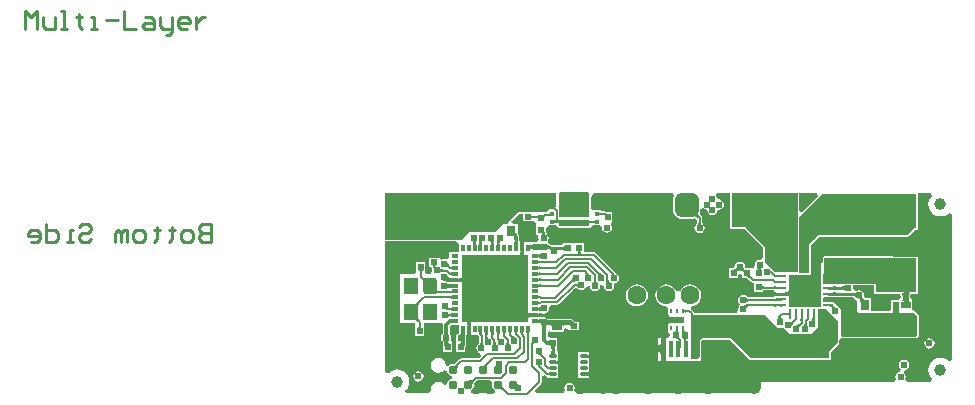
<source format=gbl>
G04 Layer_Physical_Order=4*
G04 Layer_Color=16711680*
%FSLAX44Y44*%
%MOMM*%
G71*
G01*
G75*
%ADD10C,0.1778*%
%ADD17R,0.5000X0.6000*%
%ADD18R,0.8500X1.4000*%
%ADD22R,0.6000X0.5000*%
%ADD23R,0.2500X0.4000*%
%ADD24R,1.2000X0.5000*%
%ADD25R,0.9000X0.8000*%
%ADD26R,0.8000X0.9000*%
%ADD27R,1.4000X0.8500*%
%ADD28C,1.0000*%
%ADD30C,0.2032*%
%ADD32C,0.4572*%
%ADD33C,0.2794*%
%ADD34C,0.2540*%
%ADD35C,0.5080*%
%ADD36C,0.3810*%
%ADD37C,0.3048*%
%ADD40O,1.2000X2.1000*%
%ADD41C,1.6000*%
%ADD42C,0.6096*%
%ADD49R,0.4000X0.4000*%
%ADD50R,2.5000X1.5000*%
%ADD51R,2.5000X0.5500*%
%ADD52R,2.7000X2.7000*%
%ADD53R,0.8500X0.2800*%
%ADD54R,0.2800X0.8500*%
%ADD55R,0.6000X0.3048*%
%ADD56R,0.3048X0.6000*%
%ADD57R,5.6000X5.6000*%
%ADD58C,0.7870*%
%ADD59R,3.5000X2.9500*%
G04:AMPARAMS|DCode=60|XSize=2mm|YSize=2mm|CornerRadius=0.5mm|HoleSize=0mm|Usage=FLASHONLY|Rotation=0.000|XOffset=0mm|YOffset=0mm|HoleType=Round|Shape=RoundedRectangle|*
%AMROUNDEDRECTD60*
21,1,2.0000,1.0000,0,0,0.0*
21,1,1.0000,2.0000,0,0,0.0*
1,1,1.0000,0.5000,-0.5000*
1,1,1.0000,-0.5000,-0.5000*
1,1,1.0000,-0.5000,0.5000*
1,1,1.0000,0.5000,0.5000*
%
%ADD60ROUNDEDRECTD60*%
%ADD61R,1.2000X1.4000*%
G04:AMPARAMS|DCode=62|XSize=1.4mm|YSize=1.2mm|CornerRadius=0.3mm|HoleSize=0mm|Usage=FLASHONLY|Rotation=270.000|XOffset=0mm|YOffset=0mm|HoleType=Round|Shape=RoundedRectangle|*
%AMROUNDEDRECTD62*
21,1,1.4000,0.6000,0,0,270.0*
21,1,0.8000,1.2000,0,0,270.0*
1,1,0.6000,-0.3000,-0.4000*
1,1,0.6000,-0.3000,0.4000*
1,1,0.6000,0.3000,0.4000*
1,1,0.6000,0.3000,-0.4000*
%
%ADD62ROUNDEDRECTD62*%
%ADD63R,0.8800X0.6000*%
%ADD64R,0.4700X0.6000*%
%ADD65R,5.0000X3.0000*%
G04:AMPARAMS|DCode=66|XSize=0.6mm|YSize=0.3mm|CornerRadius=0.075mm|HoleSize=0mm|Usage=FLASHONLY|Rotation=180.000|XOffset=0mm|YOffset=0mm|HoleType=Round|Shape=RoundedRectangle|*
%AMROUNDEDRECTD66*
21,1,0.6000,0.1500,0,0,180.0*
21,1,0.4500,0.3000,0,0,180.0*
1,1,0.1500,-0.2250,0.0750*
1,1,0.1500,0.2250,0.0750*
1,1,0.1500,0.2250,-0.0750*
1,1,0.1500,-0.2250,-0.0750*
%
%ADD66ROUNDEDRECTD66*%
%ADD67R,2.1000X1.6000*%
%ADD68R,1.9000X1.9000*%
%ADD69R,0.4000X1.3500*%
%ADD70C,0.1524*%
%ADD71R,0.8171X1.5500*%
%ADD72R,2.4638X1.6510*%
G36*
X358802Y68010D02*
X358742Y67949D01*
X358689Y67848D01*
X358643Y67705D01*
X358605Y67523D01*
X358573Y67299D01*
X358530Y66730D01*
X358516Y65999D01*
X356484D01*
X356481Y66385D01*
X356396Y67523D01*
X356357Y67705D01*
X356311Y67848D01*
X356258Y67949D01*
X356198Y68010D01*
X356131Y68031D01*
X358870D01*
X358802Y68010D01*
D02*
G37*
G36*
X137551Y66121D02*
Y65012D01*
X137069Y65010D01*
X137043Y65008D01*
X136574Y63980D01*
X136488Y64176D01*
X136376Y64351D01*
X136239Y64506D01*
X136077Y64640D01*
X135889Y64754D01*
X135676Y64847D01*
X135451Y64915D01*
X135240Y64902D01*
X135113Y64869D01*
X135037Y64831D01*
X135011Y64788D01*
Y64988D01*
X134884Y65002D01*
X134569Y65012D01*
X135011Y65825D01*
Y67775D01*
X135037Y67733D01*
X135113Y67695D01*
X135240Y67661D01*
X135418Y67632D01*
X135646Y67608D01*
X136485Y67568D01*
X137373Y67624D01*
X137602Y67655D01*
X138006Y67735D01*
X138180Y67784D01*
X138336Y67838D01*
X137551Y66121D01*
D02*
G37*
G36*
X350255Y64084D02*
X350058Y63882D01*
X349523Y63256D01*
X349362Y63042D01*
X348935Y62381D01*
X348811Y62155D01*
X348695Y61926D01*
X347412Y65920D01*
X347644Y65809D01*
X347875Y65733D01*
X348105Y65693D01*
X348333Y65686D01*
X348560Y65714D01*
X348786Y65777D01*
X349010Y65875D01*
X349232Y66007D01*
X349454Y66175D01*
X349673Y66376D01*
X350255Y64084D01*
D02*
G37*
G36*
X32410Y69236D02*
X32359Y69079D01*
X32359Y68895D01*
X32411Y68684D01*
X32514Y68446D01*
X32668Y68181D01*
X32874Y67889D01*
X33132Y67570D01*
X33801Y66852D01*
X32429Y65709D01*
X32067Y66059D01*
X31416Y66612D01*
X31128Y66814D01*
X30864Y66968D01*
X30625Y67072D01*
X30411Y67127D01*
X30221Y67133D01*
X30055Y67089D01*
X29915Y66997D01*
X32513Y69367D01*
X32410Y69236D01*
D02*
G37*
G36*
X135039Y72757D02*
X135123Y72741D01*
X135263Y72726D01*
X136017Y72694D01*
X137805Y72679D01*
Y69885D01*
X135011Y69788D01*
Y72775D01*
X135039Y72757D01*
D02*
G37*
G36*
X346161Y70218D02*
X346141Y70411D01*
X346079Y70584D01*
X345975Y70736D01*
X345831Y70868D01*
X345645Y70980D01*
X345419Y71072D01*
X345150Y71143D01*
X344841Y71193D01*
X344491Y71224D01*
X344099Y71234D01*
Y73266D01*
X344491Y73276D01*
X344841Y73307D01*
X345150Y73358D01*
X345419Y73429D01*
X345645Y73520D01*
X345831Y73632D01*
X345975Y73764D01*
X346079Y73916D01*
X346141Y74089D01*
X346161Y74282D01*
Y70218D01*
D02*
G37*
G36*
X339863Y70196D02*
X339894Y69914D01*
X339947Y69642D01*
X340021Y69380D01*
X340117Y69128D01*
X340233Y68886D01*
X340371Y68654D01*
X340529Y68433D01*
X340709Y68221D01*
X340910Y68019D01*
X336762D01*
X336963Y68221D01*
X337143Y68433D01*
X337301Y68654D01*
X337439Y68886D01*
X337555Y69128D01*
X337651Y69380D01*
X337725Y69642D01*
X337778Y69914D01*
X337809Y70196D01*
X337820Y70489D01*
X339852D01*
X339863Y70196D01*
D02*
G37*
G36*
X57414Y73163D02*
X57654Y72982D01*
X57900Y72821D01*
X58150Y72682D01*
X58406Y72565D01*
X58666Y72469D01*
X58931Y72394D01*
X59202Y72341D01*
X59478Y72309D01*
X59494Y72308D01*
X60341Y72374D01*
X60564Y72417D01*
X60747Y72470D01*
X60889Y72532D01*
X60991Y72604D01*
X61052Y72685D01*
X61072Y72775D01*
Y69788D01*
X61052Y69879D01*
X60991Y69960D01*
X60889Y70032D01*
X60747Y70094D01*
X60564Y70146D01*
X60341Y70189D01*
X60077Y70223D01*
X59573Y70252D01*
X59312Y70219D01*
X59044Y70161D01*
X58784Y70080D01*
X58533Y69976D01*
X58291Y69848D01*
X58057Y69697D01*
X57831Y69523D01*
X57614Y69326D01*
X57405Y69105D01*
X57178Y73366D01*
X57414Y73163D01*
D02*
G37*
G36*
X141464Y62693D02*
X141360Y62540D01*
X141269Y62366D01*
X141189Y62170D01*
X141122Y61951D01*
X141067Y61711D01*
X141025Y61449D01*
X140994Y61165D01*
X140970Y60531D01*
X137922D01*
X137916Y60859D01*
X137867Y61449D01*
X137824Y61711D01*
X137770Y61951D01*
X137703Y62170D01*
X137623Y62366D01*
X137532Y62540D01*
X137428Y62693D01*
X137312Y62823D01*
X141580D01*
X141464Y62693D01*
D02*
G37*
G36*
X34918Y61992D02*
X34944Y61689D01*
X34989Y61423D01*
X35051Y61192D01*
X35131Y60996D01*
X35229Y60836D01*
X35345Y60711D01*
X35478Y60623D01*
X35629Y60569D01*
X35798Y60551D01*
X32242D01*
X32411Y60569D01*
X32562Y60623D01*
X32695Y60711D01*
X32811Y60836D01*
X32909Y60996D01*
X32989Y61192D01*
X33051Y61423D01*
X33095Y61689D01*
X33122Y61992D01*
X33131Y62329D01*
X34909D01*
X34918Y61992D01*
D02*
G37*
G36*
X116941Y56828D02*
X116860Y56782D01*
X116790Y56706D01*
X116728Y56600D01*
X116676Y56463D01*
X116634Y56296D01*
X116600Y56098D01*
X116577Y55870D01*
X116558Y55324D01*
X114526D01*
X114521Y55612D01*
X114483Y56098D01*
X114450Y56296D01*
X114408Y56463D01*
X114356Y56600D01*
X114294Y56706D01*
X114223Y56782D01*
X114143Y56828D01*
X114053Y56843D01*
X117031D01*
X116941Y56828D01*
D02*
G37*
G36*
X356342Y62043D02*
X356150Y61835D01*
X355978Y61616D01*
X355827Y61386D01*
X355697Y61145D01*
X355587Y60893D01*
X355498Y60630D01*
X355429Y60356D01*
X355381Y60070D01*
X355353Y59774D01*
X355346Y59467D01*
X352328Y62484D01*
X352636Y62491D01*
X352932Y62519D01*
X353218Y62567D01*
X353492Y62636D01*
X353755Y62725D01*
X354007Y62835D01*
X354248Y62965D01*
X354478Y63116D01*
X354697Y63288D01*
X354905Y63480D01*
X356342Y62043D01*
D02*
G37*
G36*
X158902Y63095D02*
X158178Y63076D01*
X157530Y63019D01*
X156958Y62923D01*
X156463Y62790D01*
X156044Y62619D01*
X155701Y62409D01*
X155434Y62161D01*
X155244Y61876D01*
X155130Y61552D01*
X155091Y61190D01*
Y66049D01*
X155130Y66212D01*
X155244Y66357D01*
X155434Y66486D01*
X155701Y66597D01*
X156044Y66691D01*
X156463Y66768D01*
X156958Y66828D01*
X158178Y66896D01*
X158902Y66905D01*
Y63095D01*
D02*
G37*
G36*
X367573Y68031D02*
X368870D01*
X368778Y68013D01*
X368697Y67959D01*
X368625Y67871D01*
X368562Y67746D01*
X368509Y67586D01*
X368466Y67390D01*
X368435Y67176D01*
X368466Y66986D01*
X368526Y66715D01*
X368696Y66143D01*
X368807Y65841D01*
X369079Y65208D01*
X369241Y64877D01*
X365200Y66246D01*
X365468Y66390D01*
X365708Y66549D01*
X365920Y66723D01*
X366103Y66913D01*
X366258Y67118D01*
X366385Y67339D01*
X366484Y67575D01*
X366489Y67592D01*
X366438Y67746D01*
X366376Y67871D01*
X366304Y67959D01*
X366222Y68013D01*
X366131Y68031D01*
X366587D01*
X366597Y68093D01*
X366611Y68376D01*
X367573Y68031D01*
D02*
G37*
G36*
X361696Y63904D02*
X361706Y63651D01*
X361737Y63393D01*
X361787Y63128D01*
X361859Y62858D01*
X361950Y62583D01*
X362062Y62302D01*
X362194Y62015D01*
X362519Y61424D01*
X362712Y61121D01*
X358539Y62010D01*
X358801Y62190D01*
X359035Y62381D01*
X359242Y62583D01*
X359422Y62797D01*
X359573Y63020D01*
X359697Y63255D01*
X359794Y63501D01*
X359863Y63757D01*
X359904Y64024D01*
X359918Y64302D01*
X361696Y63904D01*
D02*
G37*
G36*
X141683Y67090D02*
X141776Y67051D01*
X141900Y67017D01*
X142055Y66987D01*
X142243Y66962D01*
X142712Y66925D01*
X143654Y66905D01*
Y66610D01*
X146152Y66049D01*
X146183Y61190D01*
X146142Y61552D01*
X146025Y61876D01*
X145832Y62161D01*
X145563Y62409D01*
X145217Y62619D01*
X144795Y62790D01*
X144296Y62923D01*
X143721Y63019D01*
X143070Y63076D01*
X143053Y63076D01*
X142055Y63013D01*
X141900Y62983D01*
X141776Y62949D01*
X141683Y62910D01*
X141623Y62866D01*
Y67133D01*
X141683Y67090D01*
D02*
G37*
G36*
X258462Y76348D02*
X258523Y76186D01*
X258624Y76043D01*
X258767Y75919D01*
X258950Y75814D01*
X259173Y75729D01*
X259437Y75662D01*
X259742Y75614D01*
X260087Y75585D01*
X260473Y75576D01*
Y73544D01*
X260087Y73534D01*
X259742Y73506D01*
X259437Y73458D01*
X259173Y73391D01*
X258950Y73306D01*
X258767Y73201D01*
X258624Y73077D01*
X258523Y72934D01*
X258462Y72772D01*
X258442Y72590D01*
Y76529D01*
X258462Y76348D01*
D02*
G37*
G36*
X33801Y80823D02*
X33449Y80460D01*
X32895Y79807D01*
X32692Y79518D01*
X32538Y79254D01*
X32434Y79015D01*
X32380Y78801D01*
X32375Y78612D01*
X32419Y78448D01*
X32513Y78309D01*
X30111Y80875D01*
X30243Y80774D01*
X30401Y80724D01*
X30586Y80725D01*
X30798Y80777D01*
X31036Y80880D01*
X31301Y81034D01*
X31592Y81240D01*
X31910Y81496D01*
X32625Y82163D01*
X33801Y80823D01*
D02*
G37*
G36*
X408917Y87048D02*
X408894Y86808D01*
X408894Y86565D01*
X408915Y86319D01*
X408959Y86069D01*
X409025Y85816D01*
X409114Y85560D01*
X409122Y85541D01*
X409376Y85208D01*
X409683Y84881D01*
X409976Y84627D01*
X410252Y84445D01*
X410513Y84335D01*
X410758Y84297D01*
X410988Y84332D01*
X411202Y84439D01*
X407061Y81559D01*
X407231Y81732D01*
X407333Y81968D01*
X407367Y82267D01*
X407332Y82628D01*
X407228Y83052D01*
X407056Y83538D01*
X406816Y84087D01*
X406758Y84203D01*
X406637Y84324D01*
X406439Y84494D01*
X406234Y84643D01*
X406022Y84770D01*
X405803Y84876D01*
X405577Y84961D01*
X405344Y85023D01*
X406058Y85469D01*
X405684Y86109D01*
X407703Y86497D01*
X408963Y87285D01*
X408917Y87048D01*
D02*
G37*
G36*
X372500Y79500D02*
X346600D01*
Y104500D01*
X372500D01*
Y79500D01*
D02*
G37*
G36*
X135021Y82196D02*
X135048Y82190D01*
X135094Y82186D01*
X135342Y82176D01*
X135931Y82171D01*
Y80393D01*
X135011Y80362D01*
Y82201D01*
X135021Y82196D01*
D02*
G37*
G36*
X449644Y90095D02*
X449548Y90061D01*
X450078D01*
X449644Y90015D01*
X449255Y89877D01*
X448912Y89647D01*
X448615Y89325D01*
X448364Y88911D01*
X448158Y88404D01*
X447998Y87806D01*
X447884Y87115D01*
X447834Y86546D01*
X447876Y86026D01*
X447980Y85340D01*
X448125Y84746D01*
X448313Y84243D01*
X448542Y83831D01*
X448813Y83511D01*
X449126Y83282D01*
X449480Y83145D01*
X449876Y83100D01*
X441137D01*
X441533Y83145D01*
X441887Y83282D01*
X442199Y83511D01*
X442470Y83831D01*
X442699Y84243D01*
X442887Y84746D01*
X443033Y85340D01*
X443137Y86026D01*
X443179Y86546D01*
X443129Y87115D01*
X443014Y87806D01*
X442854Y88404D01*
X442649Y88911D01*
X442397Y89325D01*
X442100Y89647D01*
X441757Y89877D01*
X441368Y90015D01*
X440934Y90061D01*
X441464D01*
X441368Y90095D01*
X440934Y90141D01*
X450078D01*
X449644Y90095D01*
D02*
G37*
G36*
X61072Y84788D02*
X61055Y84903D01*
X61001Y85006D01*
X60912Y85097D01*
X60788Y85175D01*
X60628Y85242D01*
X60432Y85296D01*
X60201Y85338D01*
X59934Y85369D01*
X59632Y85387D01*
X59294Y85393D01*
Y87171D01*
X59632Y87177D01*
X60201Y87225D01*
X60432Y87268D01*
X60628Y87322D01*
X60788Y87388D01*
X60912Y87467D01*
X61001Y87558D01*
X61055Y87661D01*
X61072Y87775D01*
Y84788D01*
D02*
G37*
G36*
X310436Y85875D02*
X310660Y85682D01*
X310893Y85512D01*
X311132Y85365D01*
X311379Y85240D01*
X311633Y85138D01*
X311894Y85058D01*
X312163Y85001D01*
X312439Y84967D01*
X312723Y84956D01*
X312681Y82924D01*
X312399Y82913D01*
X312123Y82880D01*
X311853Y82825D01*
X311589Y82748D01*
X311332Y82649D01*
X311080Y82528D01*
X310835Y82385D01*
X310595Y82220D01*
X310362Y82033D01*
X310134Y81824D01*
X310218Y86090D01*
X310436Y85875D01*
D02*
G37*
G36*
X336031Y83131D02*
X333999Y82924D01*
Y84956D01*
X334385Y84965D01*
X334730Y84993D01*
X335035Y85038D01*
X335299Y85102D01*
X335523Y85184D01*
X335705Y85285D01*
X335848Y85404D01*
X335949Y85541D01*
X336010Y85696D01*
X336031Y85870D01*
Y83131D01*
D02*
G37*
G36*
X61072Y74788D02*
X61052Y74879D01*
X60991Y74960D01*
X60889Y75032D01*
X60747Y75094D01*
X60564Y75146D01*
X60341Y75189D01*
X60077Y75223D01*
X59426Y75261D01*
X59040Y75266D01*
Y77298D01*
X59426Y77303D01*
X60341Y77374D01*
X60564Y77417D01*
X60747Y77470D01*
X60889Y77532D01*
X60991Y77604D01*
X61052Y77685D01*
X61072Y77775D01*
Y74788D01*
D02*
G37*
G36*
X383984Y80594D02*
X384027Y80317D01*
X384099Y80038D01*
X384200Y79759D01*
X384329Y79478D01*
X384487Y79196D01*
X384674Y78913D01*
X384889Y78629D01*
X385020Y78475D01*
X385309Y78239D01*
X385535Y78080D01*
X386021Y77784D01*
X386281Y77648D01*
X386835Y77397D01*
X387129Y77284D01*
X383240Y75528D01*
X383326Y75788D01*
X383381Y76043D01*
X383403Y76293D01*
X383395Y76539D01*
X383354Y76780D01*
X383282Y77016D01*
X383178Y77248D01*
X383051Y77459D01*
X382738Y77725D01*
X382408Y77956D01*
X382107Y78131D01*
X381833Y78250D01*
X381588Y78312D01*
X381371Y78318D01*
X381182Y78268D01*
X381022Y78161D01*
X383970Y80870D01*
X383984Y80594D01*
D02*
G37*
G36*
X439347Y77123D02*
X439276Y77008D01*
X439214Y76818D01*
X439160Y76551D01*
X439115Y76208D01*
X439048Y75294D01*
X439011Y73351D01*
X435201D01*
X435197Y74075D01*
X435052Y76551D01*
X434998Y76818D01*
X434936Y77008D01*
X434865Y77123D01*
X434787Y77161D01*
X439426D01*
X439347Y77123D01*
D02*
G37*
G36*
X418618Y88810D02*
X440576D01*
X440789Y88694D01*
X441530Y86909D01*
X441614Y86597D01*
X440201Y84400D01*
X433486D01*
Y77340D01*
X433412Y77161D01*
X433486Y75860D01*
X431561Y74375D01*
X416270D01*
Y85770D01*
X412455D01*
X412165Y85899D01*
X411771Y86139D01*
X410569Y87612D01*
X410549Y87654D01*
X410403Y88000D01*
X410067Y89685D01*
X409113Y91113D01*
X407685Y92067D01*
X406000Y92403D01*
X404315Y92067D01*
X404086Y91915D01*
X403920Y91902D01*
X403764Y91824D01*
X403637Y91770D01*
X402624Y92229D01*
X401855Y92813D01*
X401385Y93457D01*
X401353Y93525D01*
X401244Y93865D01*
Y96625D01*
X418618D01*
Y88810D01*
D02*
G37*
G36*
X336031Y78131D02*
X336010Y78198D01*
X335949Y78258D01*
X335848Y78311D01*
X335705Y78357D01*
X335523Y78396D01*
X335299Y78428D01*
X334730Y78470D01*
X333999Y78484D01*
Y80516D01*
X334385Y80520D01*
X335523Y80604D01*
X335705Y80643D01*
X335848Y80689D01*
X335949Y80742D01*
X336010Y80802D01*
X336031Y80870D01*
Y78131D01*
D02*
G37*
G36*
X312218Y78782D02*
X312000Y78553D01*
X311636Y78110D01*
X311491Y77895D01*
X311371Y77685D01*
X311275Y77480D01*
X311204Y77280D01*
X311158Y77084D01*
X311136Y76893D01*
X311140Y76707D01*
X308846Y79410D01*
X309028Y79377D01*
X309212Y79370D01*
X309398Y79387D01*
X309588Y79430D01*
X309780Y79499D01*
X309975Y79592D01*
X310173Y79711D01*
X310373Y79855D01*
X310576Y80024D01*
X310782Y80218D01*
X312218Y78782D01*
D02*
G37*
G36*
X57988Y78184D02*
X57995Y78099D01*
X58024Y78002D01*
X58073Y77894D01*
X58143Y77774D01*
X58233Y77642D01*
X58345Y77499D01*
X58629Y77178D01*
X58802Y77000D01*
X57366Y75564D01*
X57188Y75737D01*
X56724Y76133D01*
X56592Y76223D01*
X56472Y76293D01*
X56364Y76342D01*
X56267Y76371D01*
X56182Y76378D01*
X56109Y76365D01*
X58000Y78257D01*
X57988Y78184D01*
D02*
G37*
G36*
X137800Y74397D02*
X137529Y74562D01*
X136987Y74840D01*
X136715Y74953D01*
X136444Y75048D01*
X136172Y75127D01*
X135900Y75188D01*
X135841Y75197D01*
X135743Y75189D01*
X135519Y75146D01*
X135337Y75094D01*
X135194Y75032D01*
X135093Y74960D01*
X135032Y74879D01*
X135011Y74788D01*
Y75566D01*
X134588Y77298D01*
X134878Y77311D01*
X135011Y77329D01*
Y77775D01*
X135032Y77685D01*
X135093Y77604D01*
X135194Y77532D01*
X135337Y77470D01*
X135472Y77431D01*
X135664Y77499D01*
X135897Y77612D01*
X136116Y77751D01*
X136320Y77914D01*
X136511Y78103D01*
X136686Y78317D01*
X136848Y78556D01*
X137800Y74397D01*
D02*
G37*
G36*
X388112Y66132D02*
Y58420D01*
X388112D01*
Y48006D01*
X374650Y34544D01*
X314452Y34544D01*
X297434Y51562D01*
X282321Y51562D01*
X272796D01*
X271018Y49784D01*
Y36576D01*
X268732Y34290D01*
X263398D01*
X263398Y54610D01*
Y64596D01*
X263906D01*
X263906Y71628D01*
X289814Y71628D01*
X289814Y71628D01*
X326372Y71628D01*
X335692Y62308D01*
X337548Y60452D01*
X342392D01*
X347726Y55118D01*
X365252D01*
X371066Y60932D01*
Y76574D01*
X377670D01*
X388112Y66132D01*
D02*
G37*
G36*
X109487Y48263D02*
X109525Y47987D01*
X109588Y47726D01*
X109677Y47481D01*
X109791Y47250D01*
X109930Y47036D01*
X110095Y46836D01*
X110285Y46652D01*
X110501Y46483D01*
X110742Y46329D01*
X106610Y45262D01*
X106768Y45538D01*
X107034Y46087D01*
X107142Y46361D01*
X107234Y46634D01*
X107309Y46907D01*
X107367Y47179D01*
X107409Y47451D01*
X107434Y47722D01*
X107442Y47993D01*
X109474Y48554D01*
X109487Y48263D01*
D02*
G37*
G36*
X87630Y48034D02*
X87640Y47755D01*
X87671Y47479D01*
X87723Y47208D01*
X87796Y46941D01*
X87889Y46679D01*
X88004Y46420D01*
X88138Y46165D01*
X88294Y45914D01*
X88470Y45668D01*
X88668Y45425D01*
X84415Y45781D01*
X84640Y45982D01*
X84841Y46192D01*
X85018Y46412D01*
X85172Y46641D01*
X85302Y46879D01*
X85409Y47127D01*
X85492Y47385D01*
X85551Y47652D01*
X85586Y47928D01*
X85598Y48214D01*
X87630Y48034D01*
D02*
G37*
G36*
X149065Y45011D02*
X148849Y44935D01*
X148658Y44808D01*
X148493Y44630D01*
X148354Y44401D01*
X148239Y44122D01*
X148150Y43792D01*
X148087Y43411D01*
X148049Y42979D01*
X148036Y42497D01*
X145496D01*
X145485Y42979D01*
X145399Y43792D01*
X145324Y44122D01*
X145228Y44401D01*
X145110Y44630D01*
X144970Y44808D01*
X144809Y44935D01*
X144627Y45011D01*
X144423Y45037D01*
X149306D01*
X149065Y45011D01*
D02*
G37*
G36*
X144453Y45061D02*
X144423Y45331D01*
X144334Y45573D01*
X144185Y45786D01*
X143977Y45971D01*
X143709Y46127D01*
X143382Y46255D01*
X142995Y46354D01*
X142549Y46425D01*
X142043Y46468D01*
X141478Y46482D01*
Y49530D01*
X142043Y49544D01*
X142549Y49587D01*
X142995Y49658D01*
X143382Y49757D01*
X143709Y49885D01*
X143977Y50041D01*
X144185Y50226D01*
X144334Y50439D01*
X144423Y50681D01*
X144453Y50950D01*
Y45061D01*
D02*
G37*
G36*
X71894Y50808D02*
X71927Y50137D01*
X72066D01*
X71949Y49680D01*
X72066Y47287D01*
X71311Y47182D01*
X71287Y47089D01*
X70607Y47084D01*
X69018Y46863D01*
X69013Y47071D01*
X67494Y47059D01*
X67783Y47092D01*
X68042Y47186D01*
X68271Y47341D01*
X68469Y47557D01*
X68637Y47835D01*
X68774Y48173D01*
X68800Y48270D01*
X68746Y48384D01*
X68647Y48530D01*
X68534Y48644D01*
X68405Y48728D01*
X68262Y48781D01*
X69003Y49575D01*
X69018Y50137D01*
X69528D01*
X71024Y51740D01*
X71894Y50808D01*
D02*
G37*
G36*
X58078Y49817D02*
X58679D01*
X58564Y49687D01*
X58460Y49534D01*
X58369Y49360D01*
X58289Y49164D01*
X58222Y48945D01*
X58179Y48754D01*
X58207Y48583D01*
X58314Y48187D01*
X58451Y47851D01*
X58618Y47577D01*
X58817Y47364D01*
X59045Y47211D01*
X59304Y47120D01*
X59594Y47089D01*
X55520D01*
X55426Y47120D01*
X55341Y47211D01*
X55266Y47364D01*
X55217Y47525D01*
X55022D01*
X55016Y47853D01*
X54967Y48443D01*
X54924Y48705D01*
X54869Y48945D01*
X54802Y49164D01*
X54723Y49360D01*
X54632Y49534D01*
X54528Y49687D01*
X54412Y49817D01*
X55028D01*
X55022Y50137D01*
X58070D01*
X58078Y49817D01*
D02*
G37*
G36*
X98310Y47928D02*
X98345Y47652D01*
X98405Y47385D01*
X98487Y47127D01*
X98594Y46879D01*
X98724Y46641D01*
X98878Y46412D01*
X99055Y46192D01*
X99256Y45982D01*
X99481Y45781D01*
X95228Y45425D01*
X95426Y45668D01*
X95602Y45914D01*
X95758Y46165D01*
X95892Y46420D01*
X96007Y46679D01*
X96100Y46941D01*
X96173Y47208D01*
X96224Y47479D01*
X96256Y47755D01*
X96266Y48034D01*
X98298Y48214D01*
X98310Y47928D01*
D02*
G37*
G36*
X131235Y46856D02*
X131130Y46873D01*
X131015Y46868D01*
X130890Y46841D01*
X130757Y46791D01*
X130613Y46718D01*
X130460Y46623D01*
X130297Y46506D01*
X130124Y46366D01*
X129750Y46018D01*
X128314Y47454D01*
X128499Y47646D01*
X128802Y48001D01*
X128919Y48164D01*
X129014Y48317D01*
X129087Y48460D01*
X129137Y48594D01*
X129164Y48719D01*
X129169Y48833D01*
X129152Y48939D01*
X131235Y46856D01*
D02*
G37*
G36*
X80027Y15598D02*
X79781Y15338D01*
X79568Y15081D01*
X79385Y14827D01*
X79235Y14577D01*
X79117Y14329D01*
X79030Y14084D01*
X78976Y13843D01*
X78953Y13605D01*
X78962Y13370D01*
X79004Y13138D01*
X76130Y16012D01*
X76362Y15970D01*
X76597Y15961D01*
X76835Y15984D01*
X77076Y16039D01*
X77321Y16125D01*
X77569Y16243D01*
X77819Y16394D01*
X78073Y16576D01*
X78330Y16789D01*
X78590Y17035D01*
X80027Y15598D01*
D02*
G37*
G36*
X143997Y20187D02*
X143948Y20235D01*
X143868Y20278D01*
X143757Y20316D01*
X143616Y20349D01*
X143443Y20377D01*
X143006Y20417D01*
X142446Y20438D01*
X142120Y20440D01*
Y22472D01*
X142446Y22475D01*
X143443Y22535D01*
X143616Y22563D01*
X143757Y22596D01*
X143868Y22634D01*
X143948Y22677D01*
X143997Y22725D01*
Y20187D01*
D02*
G37*
G36*
X94427Y15510D02*
X95546Y13542D01*
X95277Y12192D01*
X95681Y10161D01*
X96831Y8439D01*
X98177Y7540D01*
X98087Y5951D01*
X97755Y5000D01*
X78013D01*
X77681Y5951D01*
X77590Y7540D01*
X78937Y8439D01*
X80087Y10161D01*
X80491Y12192D01*
X80327Y13015D01*
X80378Y13138D01*
X80330Y13255D01*
X80357Y13378D01*
X80332Y13518D01*
X80330Y13566D01*
X80336Y13626D01*
X80353Y13702D01*
X80389Y13802D01*
X80448Y13925D01*
X80536Y14072D01*
X80656Y14240D01*
X80811Y14426D01*
X81027Y14655D01*
X81078Y14790D01*
X82370Y16082D01*
X93869D01*
X94427Y15510D01*
D02*
G37*
G36*
X104448Y11339D02*
X104455Y11101D01*
X104493Y10860D01*
X104560Y10616D01*
X104657Y10369D01*
X104784Y10120D01*
X104941Y9869D01*
X105127Y9614D01*
X105343Y9357D01*
X105590Y9097D01*
X104280Y7533D01*
X104019Y7779D01*
X103763Y7991D01*
X103510Y8169D01*
X103261Y8313D01*
X103016Y8423D01*
X102775Y8500D01*
X102539Y8542D01*
X102306Y8551D01*
X102077Y8526D01*
X101852Y8467D01*
X104470Y11575D01*
X104448Y11339D01*
D02*
G37*
G36*
X137856Y39478D02*
X137799Y39226D01*
X137773Y38979D01*
X137779Y38735D01*
X137817Y38496D01*
X137888Y38261D01*
X137991Y38031D01*
X138126Y37805D01*
X138294Y37583D01*
X138493Y37365D01*
X136432Y36553D01*
X136241Y36734D01*
X135827Y37076D01*
X135603Y37236D01*
X135122Y37536D01*
X134864Y37676D01*
X134316Y37934D01*
X134024Y38053D01*
X137947Y39734D01*
X137856Y39478D01*
D02*
G37*
G36*
X148048Y39980D02*
X148086Y39534D01*
X148149Y39140D01*
X148237Y38798D01*
X148349Y38509D01*
X148487Y38273D01*
X148650Y38089D01*
X148838Y37957D01*
X149051Y37878D01*
X149289Y37852D01*
X144243D01*
X144481Y37878D01*
X144694Y37957D01*
X144882Y38089D01*
X145045Y38273D01*
X145183Y38509D01*
X145295Y38798D01*
X145383Y39140D01*
X145446Y39534D01*
X145484Y39980D01*
X145496Y40480D01*
X148036D01*
X148048Y39980D01*
D02*
G37*
G36*
X91921Y29282D02*
X91675Y29021D01*
X91468Y28767D01*
X91299Y28521D01*
X91168Y28283D01*
X91076Y28052D01*
X91023Y27830D01*
X91009Y27615D01*
X91033Y27407D01*
X91095Y27208D01*
X91196Y27016D01*
X87551Y28813D01*
X87777Y28844D01*
X88007Y28899D01*
X88240Y28979D01*
X88477Y29082D01*
X88718Y29210D01*
X88962Y29361D01*
X89210Y29537D01*
X89461Y29737D01*
X89974Y30209D01*
X91921Y29282D01*
D02*
G37*
G36*
X67156Y28569D02*
X66910Y28308D01*
X66698Y28052D01*
X66520Y27799D01*
X66375Y27550D01*
X66265Y27305D01*
X66188Y27064D01*
X66144Y26827D01*
X66135Y26593D01*
X66159Y26364D01*
X66216Y26138D01*
X63124Y28775D01*
X63359Y28751D01*
X63597Y28757D01*
X63839Y28794D01*
X64082Y28860D01*
X64328Y28956D01*
X64577Y29083D01*
X64829Y29239D01*
X65084Y29425D01*
X65341Y29641D01*
X65601Y29887D01*
X67156Y28569D01*
D02*
G37*
G36*
X260821Y51600D02*
X260563Y51406D01*
X260331Y51203D01*
X260127Y50991D01*
X259951Y50770D01*
X259801Y50539D01*
X259679Y50300D01*
X259605Y50106D01*
X259683Y49914D01*
X259781Y49754D01*
X259897Y49630D01*
X260030Y49541D01*
X260181Y49487D01*
X260350Y49470D01*
X259472D01*
X259461Y49249D01*
X258216Y49470D01*
X257530D01*
X257560Y49487D01*
X257585Y49541D01*
X257608Y49630D01*
X257628Y49754D01*
X257645Y49914D01*
X257649Y50009D01*
X257640Y50082D01*
X257587Y50346D01*
X257512Y50615D01*
X257416Y50888D01*
X257298Y51165D01*
X257159Y51445D01*
X256999Y51730D01*
X256614Y52311D01*
X260821Y51600D01*
D02*
G37*
G36*
X126980Y56792D02*
X126931Y56731D01*
X126888Y56630D01*
X126850Y56487D01*
X126818Y56304D01*
X126792Y56081D01*
X126758Y55512D01*
X126746Y54780D01*
X124714D01*
X124707Y55166D01*
X124654Y55817D01*
X124607Y56081D01*
X124548Y56304D01*
X124474Y56487D01*
X124388Y56630D01*
X124288Y56731D01*
X124175Y56792D01*
X124048Y56812D01*
X127035D01*
X126980Y56792D01*
D02*
G37*
G36*
X258124Y58528D02*
X258164Y58263D01*
X258213Y58091D01*
X258442D01*
X258379Y58073D01*
X258323Y58019D01*
X258273Y57930D01*
Y57930D01*
X258324Y57814D01*
X258444Y57632D01*
X258591Y57476D01*
X258764Y57348D01*
X258964Y57247D01*
X259191Y57174D01*
X259445Y57128D01*
X256115Y54809D01*
X256157Y55009D01*
X256226Y55511D01*
X256278Y56150D01*
X256300Y57021D01*
X256250Y57646D01*
X256214Y57806D01*
X256171Y57930D01*
X256122Y58019D01*
X256065Y58073D01*
X256003Y58091D01*
X256327D01*
X256333Y58347D01*
X258111Y58821D01*
X258124Y58528D01*
D02*
G37*
G36*
X101953Y56792D02*
X101879Y56731D01*
X101813Y56630D01*
X101757Y56487D01*
X101709Y56304D01*
X101670Y56081D01*
X101639Y55817D01*
X101604Y55166D01*
X101600Y54780D01*
X99568D01*
X99563Y55166D01*
X99485Y56081D01*
X99438Y56304D01*
X99381Y56487D01*
X99313Y56630D01*
X99235Y56731D01*
X99147Y56792D01*
X99048Y56812D01*
X102035D01*
X101953Y56792D01*
D02*
G37*
G36*
X106945D02*
X106863Y56731D01*
X106792Y56630D01*
X106730Y56487D01*
X106677Y56304D01*
X106634Y56081D01*
X106601Y55817D01*
X106563Y55166D01*
X106558Y54780D01*
X104526D01*
X104521Y55166D01*
X104449Y56081D01*
X104406Y56304D01*
X104354Y56487D01*
X104292Y56630D01*
X104220Y56731D01*
X104139Y56792D01*
X104048Y56812D01*
X107035D01*
X106945Y56792D01*
D02*
G37*
G36*
X121945Y56794D02*
X121863Y56740D01*
X121792Y56649D01*
X121730Y56521D01*
X121677Y56358D01*
X121634Y56157D01*
X121601Y55921D01*
X121577Y55648D01*
X121558Y54993D01*
X119526D01*
X119521Y55339D01*
X119449Y56157D01*
X119406Y56358D01*
X119354Y56521D01*
X119292Y56649D01*
X119220Y56740D01*
X119139Y56794D01*
X119048Y56812D01*
X122035D01*
X121945Y56794D01*
D02*
G37*
G36*
X252638Y58091D02*
X253442D01*
X253379Y58073D01*
X253323Y58019D01*
X253273Y57930D01*
X253230Y57806D01*
X253194Y57646D01*
X253164Y57450D01*
X253142Y57179D01*
X253155Y57014D01*
X253232Y56474D01*
X253348Y55917D01*
X253503Y55344D01*
X253594Y55052D01*
X249939Y57054D01*
X250203Y57137D01*
X250441Y57243D01*
X250650Y57372D01*
X250831Y57523D01*
X250984Y57698D01*
X251110Y57895D01*
X251146Y57976D01*
X251122Y58019D01*
X251065Y58073D01*
X251003Y58091D01*
X251197D01*
X251208Y58115D01*
X251277Y58358D01*
X251319Y58623D01*
X251333Y58912D01*
X252638Y58091D01*
D02*
G37*
G36*
X111945Y56792D02*
X111863Y56732D01*
X111792Y56632D01*
X111730Y56492D01*
X111677Y56312D01*
X111634Y56092D01*
X111601Y55832D01*
X111563Y55192D01*
X111558Y54812D01*
X109526D01*
X109521Y55192D01*
X109449Y56092D01*
X109406Y56312D01*
X109354Y56492D01*
X109292Y56632D01*
X109220Y56732D01*
X109139Y56792D01*
X109048Y56812D01*
X112035D01*
X111945Y56792D01*
D02*
G37*
G36*
X86945Y56793D02*
X86863Y56734D01*
X86792Y56635D01*
X86730Y56497D01*
X86677Y56320D01*
X86634Y56104D01*
X86601Y55848D01*
X86563Y55218D01*
X86558Y54844D01*
X84526D01*
X84521Y55218D01*
X84449Y56104D01*
X84406Y56320D01*
X84354Y56497D01*
X84292Y56635D01*
X84220Y56734D01*
X84139Y56793D01*
X84048Y56812D01*
X87035D01*
X86945Y56793D01*
D02*
G37*
G36*
X113156Y53640D02*
X113782Y53105D01*
X113996Y52944D01*
X114657Y52517D01*
X114883Y52393D01*
X115112Y52277D01*
X111118Y50994D01*
X111229Y51226D01*
X111305Y51457D01*
X111346Y51687D01*
X111352Y51915D01*
X111324Y52142D01*
X111261Y52368D01*
X111163Y52592D01*
X111031Y52814D01*
X110864Y53036D01*
X110662Y53255D01*
X112954Y53837D01*
X113156Y53640D01*
D02*
G37*
G36*
X72066Y56193D02*
X71894Y52671D01*
X71024Y51740D01*
X68262Y54699D01*
X68405Y54752D01*
X68534Y54836D01*
X68647Y54950D01*
X68746Y55096D01*
X68829Y55272D01*
X68897Y55479D01*
X68950Y55717D01*
X68988Y55986D01*
X69010Y56286D01*
X69018Y56617D01*
X72066Y56193D01*
D02*
G37*
G36*
X91571Y52814D02*
X91609Y52540D01*
X91673Y52288D01*
X91763Y52060D01*
X91878Y51855D01*
X92018Y51673D01*
X92184Y51514D01*
X92376Y51378D01*
X92594Y51265D01*
X92837Y51175D01*
X89079Y49289D01*
X89164Y49540D01*
X89307Y50051D01*
X89365Y50311D01*
X89454Y50841D01*
X89508Y51384D01*
X89526Y51939D01*
X91558Y53112D01*
X91571Y52814D01*
D02*
G37*
G36*
X253752Y53731D02*
X253778Y53406D01*
X253823Y53097D01*
X253887Y52804D01*
X253971Y52526D01*
X254074Y52265D01*
X254197Y52019D01*
X254339Y51789D01*
X254501Y51574D01*
X254681Y51376D01*
X253851Y50546D01*
X255143D01*
X255141Y50342D01*
X255100Y49739D01*
X255081Y49642D01*
X255058Y49566D01*
X255032Y49513D01*
X255002Y49480D01*
X254970Y49470D01*
X253178D01*
X253213Y49480D01*
X253245Y49513D01*
X253273Y49566D01*
X253298Y49642D01*
X253318Y49739D01*
X253335Y49857D01*
X253358Y50159D01*
X253358Y50179D01*
X253226Y50300D01*
X253011Y50461D01*
X252781Y50603D01*
X252535Y50726D01*
X252274Y50829D01*
X251996Y50913D01*
X251703Y50977D01*
X251394Y51022D01*
X251069Y51048D01*
X250728Y51054D01*
X253746Y54071D01*
X253752Y53731D01*
D02*
G37*
G36*
X91945Y56792D02*
X91863Y56731D01*
X91792Y56630D01*
X91730Y56487D01*
X91677Y56304D01*
X91634Y56081D01*
X91601Y55817D01*
X91563Y55166D01*
X91558Y54780D01*
X89526D01*
X89521Y55166D01*
X89449Y56081D01*
X89406Y56304D01*
X89354Y56487D01*
X89292Y56630D01*
X89220Y56731D01*
X89139Y56792D01*
X89048Y56812D01*
X92035D01*
X91945Y56792D01*
D02*
G37*
G36*
X96945D02*
X96863Y56731D01*
X96792Y56630D01*
X96730Y56487D01*
X96677Y56304D01*
X96634Y56081D01*
X96601Y55817D01*
X96563Y55166D01*
X96558Y54780D01*
X94526D01*
X94521Y55166D01*
X94449Y56081D01*
X94406Y56304D01*
X94354Y56487D01*
X94292Y56630D01*
X94220Y56731D01*
X94139Y56792D01*
X94048Y56812D01*
X97035D01*
X96945Y56792D01*
D02*
G37*
G36*
X391516Y86734D02*
X392000Y86250D01*
X400922Y86250D01*
X404340Y82832D01*
X404340Y74842D01*
X404340Y74660D01*
X406000Y73000D01*
X453000D01*
X455422Y70578D01*
Y54422D01*
X454000Y53000D01*
X392262D01*
X390652Y54610D01*
Y70958D01*
X390652Y70958D01*
X390652D01*
Y70958D01*
Y76546D01*
X388338Y78860D01*
X384528Y82670D01*
X375384Y82670D01*
Y84321D01*
Y85972D01*
X376146Y86734D01*
X391516Y86734D01*
D02*
G37*
G36*
X58076Y56135D02*
X58125Y55545D01*
X58167Y55282D01*
X58222Y55042D01*
X58289Y54824D01*
X58369Y54628D01*
X58460Y54454D01*
X58564Y54301D01*
X58679Y54171D01*
X54412D01*
X54528Y54301D01*
X54632Y54454D01*
X54723Y54628D01*
X54802Y54824D01*
X54869Y55042D01*
X54924Y55282D01*
X54967Y55545D01*
X54998Y55828D01*
X55022Y56462D01*
X58070D01*
X58076Y56135D01*
D02*
G37*
G36*
X156899Y125222D02*
X156873Y125463D01*
X156796Y125679D01*
X156668Y125870D01*
X156488Y126035D01*
X156256Y126174D01*
X155974Y126289D01*
X155639Y126378D01*
X155254Y126441D01*
X154817Y126479D01*
X154328Y126492D01*
Y129032D01*
X154817Y129045D01*
X155254Y129083D01*
X155639Y129146D01*
X155974Y129235D01*
X156256Y129349D01*
X156488Y129489D01*
X156668Y129654D01*
X156796Y129845D01*
X156873Y130061D01*
X156899Y130302D01*
Y125222D01*
D02*
G37*
G36*
X130411Y130705D02*
X130543Y130752D01*
X130790Y130871D01*
X130988Y131005D01*
Y127059D01*
X130790Y127193D01*
X130543Y127312D01*
X130411Y127359D01*
Y126898D01*
X130235Y127063D01*
X130043Y127209D01*
X129838Y127339D01*
X129617Y127451D01*
X129382Y127546D01*
X129133Y127624D01*
X129067Y127639D01*
X128574Y127698D01*
X128268Y127648D01*
X127935Y127559D01*
X127652Y127444D01*
X127421Y127305D01*
X127240Y127140D01*
X127111Y126949D01*
X127032Y126733D01*
X127005Y126492D01*
X127014Y127757D01*
X126792Y127762D01*
Y130302D01*
X127032Y130305D01*
X127035Y130751D01*
X127061Y130666D01*
X127137Y130590D01*
X127264Y130522D01*
X127442Y130464D01*
X127670Y130414D01*
X127950Y130374D01*
X128173Y130357D01*
X129004Y130411D01*
X129133Y130440D01*
X129382Y130518D01*
X129617Y130613D01*
X129838Y130725D01*
X130043Y130855D01*
X130235Y131002D01*
X130411Y131166D01*
Y130705D01*
D02*
G37*
G36*
X170970Y124805D02*
X170841Y124751D01*
X170727Y124660D01*
X170628Y124534D01*
X170544Y124371D01*
X170476Y124172D01*
X170422Y123938D01*
X170384Y123666D01*
X170362Y123359D01*
X170354Y123016D01*
X168322D01*
X168314Y123359D01*
X168253Y123938D01*
X168200Y124172D01*
X168132Y124371D01*
X168048Y124534D01*
X167949Y124660D01*
X167835Y124751D01*
X167706Y124805D01*
X167561Y124823D01*
X171115D01*
X170970Y124805D01*
D02*
G37*
G36*
X153591Y126492D02*
X153109Y126479D01*
X152677Y126441D01*
X152296Y126378D01*
X151966Y126289D01*
X151686Y126174D01*
X151458Y126035D01*
X151280Y125870D01*
X151153Y125679D01*
X151077Y125463D01*
X151052Y125222D01*
Y127772D01*
X151077Y128011D01*
X151153Y128225D01*
X151280Y128414D01*
X151458Y128578D01*
X151686Y128717D01*
X151966Y128830D01*
X152296Y128919D01*
X152677Y128982D01*
X153109Y129019D01*
X153591Y129032D01*
Y126492D01*
D02*
G37*
G36*
X87830Y133890D02*
X87588Y133808D01*
X87372Y133702D01*
X87181Y133573D01*
X87016Y133419D01*
X86876Y133241D01*
X86761Y133039D01*
X86672Y132812D01*
X86609Y132562D01*
X86571Y132291D01*
X86634Y131483D01*
X86677Y131259D01*
X86730Y131076D01*
X86792Y130934D01*
X86863Y130833D01*
X86945Y130772D01*
X87035Y130751D01*
X84048D01*
X84139Y130772D01*
X84220Y130833D01*
X84292Y130934D01*
X84354Y131076D01*
X84406Y131259D01*
X84449Y131483D01*
X84483Y131747D01*
X84521Y132397D01*
X84526Y132783D01*
X85285D01*
X84526Y133258D01*
X84522Y133545D01*
X84464Y134369D01*
X84429Y134632D01*
X84278Y135383D01*
X84212Y135621D01*
X84139Y135853D01*
X87830Y133890D01*
D02*
G37*
G36*
X97069Y135329D02*
X96785Y134477D01*
X96716Y134199D01*
X96615Y133653D01*
X96583Y133385D01*
X96558Y132857D01*
X96393Y132783D01*
X96558D01*
X96563Y132397D01*
X96634Y131483D01*
X96677Y131259D01*
X96730Y131076D01*
X96792Y130934D01*
X96863Y130833D01*
X96945Y130772D01*
X97035Y130751D01*
X94048D01*
X94139Y130772D01*
X94220Y130833D01*
X94292Y130934D01*
X94354Y131076D01*
X94406Y131259D01*
X94449Y131483D01*
X94483Y131747D01*
X94513Y132254D01*
X94474Y132526D01*
X94410Y132781D01*
X94320Y133017D01*
X94204Y133232D01*
X94062Y133427D01*
X93894Y133603D01*
X93701Y133758D01*
X93482Y133894D01*
X93237Y134009D01*
X97189Y135619D01*
X97069Y135329D01*
D02*
G37*
G36*
X141329Y130954D02*
X141505Y130817D01*
X141698Y130696D01*
X141909Y130592D01*
X142136Y130503D01*
X142382Y130431D01*
X142645Y130374D01*
X142863Y130343D01*
X143317Y130309D01*
X143764Y130302D01*
Y127762D01*
X143317Y127754D01*
X142863Y127721D01*
X142645Y127690D01*
X142382Y127633D01*
X142136Y127561D01*
X141909Y127472D01*
X141698Y127368D01*
X141505Y127247D01*
X141329Y127111D01*
X141171Y126958D01*
Y127387D01*
X140923Y127281D01*
X140686Y127153D01*
X140475Y127010D01*
Y131054D01*
X140686Y130911D01*
X140923Y130783D01*
X141171Y130677D01*
Y131106D01*
X141329Y130954D01*
D02*
G37*
G36*
X82185Y135082D02*
X81937Y134524D01*
X81837Y134247D01*
X81682Y133697D01*
X81628Y133425D01*
X81589Y133154D01*
X81566Y132884D01*
X81559Y132666D01*
X81563Y132397D01*
X81634Y131483D01*
X81677Y131259D01*
X81730Y131076D01*
X81792Y130934D01*
X81863Y130833D01*
X81945Y130772D01*
X82035Y130751D01*
X79048D01*
X79139Y130772D01*
X79220Y130833D01*
X79292Y130934D01*
X79354Y131076D01*
X79406Y131259D01*
X79449Y131483D01*
X79483Y131747D01*
X79513Y132252D01*
X79475Y132524D01*
X79411Y132783D01*
X79321Y133026D01*
X79206Y133251D01*
X79066Y133460D01*
X78899Y133652D01*
X78708Y133828D01*
X78490Y133987D01*
X78247Y134129D01*
X82332Y135364D01*
X82185Y135082D01*
D02*
G37*
G36*
X136917Y122299D02*
X137043Y122298D01*
Y121307D01*
X137302Y119275D01*
X137050Y119463D01*
X136795Y119632D01*
X136537Y119780D01*
X136277Y119909D01*
X136014Y120018D01*
X135748Y120107D01*
X135563Y120155D01*
X135519Y120147D01*
X135337Y120094D01*
X135194Y120032D01*
X135093Y119960D01*
X135032Y119879D01*
X135011Y119788D01*
Y120247D01*
X134933Y120256D01*
X134656Y120266D01*
X134381Y122298D01*
X134669Y122310D01*
X134945Y122346D01*
X135011Y122361D01*
Y122775D01*
X135032Y122685D01*
X135093Y122604D01*
X135194Y122532D01*
X135337Y122470D01*
X135371Y122460D01*
X135465Y122492D01*
X135709Y122600D01*
X135942Y122734D01*
X136164Y122891D01*
X136375Y123073D01*
X136575Y123278D01*
X136764Y123508D01*
X136917Y122299D01*
D02*
G37*
G36*
X61103Y110124D02*
X61091Y110151D01*
X61055Y110175D01*
X60996Y110196D01*
X60913Y110215D01*
X60806Y110230D01*
X60520Y110253D01*
X59914Y110266D01*
Y112298D01*
X60140Y112299D01*
X60913Y112349D01*
X60996Y112367D01*
X61055Y112389D01*
X61091Y112413D01*
X61103Y112440D01*
Y110124D01*
D02*
G37*
G36*
X57726Y115391D02*
X57984Y114942D01*
X58127Y114722D01*
X58608Y114079D01*
X58787Y113870D01*
X59171Y113462D01*
X58589Y111170D01*
X58370Y111371D01*
X58148Y111538D01*
X57926Y111671D01*
X57702Y111769D01*
X57476Y111832D01*
X57249Y111860D01*
X57021Y111854D01*
X56791Y111812D01*
X56560Y111737D01*
X56328Y111626D01*
X57611Y115620D01*
X57726Y115391D01*
D02*
G37*
G36*
X305042Y108978D02*
X304740Y108993D01*
X304449Y108985D01*
X304167Y108954D01*
X303897Y108900D01*
X303636Y108822D01*
X303385Y108721D01*
X303144Y108597D01*
X302988Y108497D01*
X302809Y108285D01*
X302583Y107961D01*
X302410Y107662D01*
X302290Y107387D01*
X302222Y107136D01*
X302206Y106909D01*
X302243Y106707D01*
X302333Y106530D01*
X299990Y109873D01*
X300123Y109739D01*
X300290Y109667D01*
X300492Y109658D01*
X300728Y109711D01*
X300998Y109826D01*
X301303Y110004D01*
X301641Y110245D01*
X301661Y110261D01*
X301682Y110291D01*
X301819Y110532D01*
X301938Y110784D01*
X302039Y111047D01*
X302123Y111323D01*
X302189Y111610D01*
X302237Y111909D01*
X302267Y112220D01*
X305042Y108978D01*
D02*
G37*
G36*
X135032Y112685D02*
X135093Y112604D01*
X135194Y112532D01*
X135337Y112470D01*
X135519Y112417D01*
X135743Y112374D01*
X136007Y112341D01*
X136657Y112303D01*
X137043Y112298D01*
Y110266D01*
X136657Y110261D01*
X135743Y110190D01*
X135519Y110147D01*
X135337Y110094D01*
X135194Y110032D01*
X135093Y109960D01*
X135032Y109879D01*
X135011Y109788D01*
Y112775D01*
X135032Y112685D01*
D02*
G37*
G36*
Y117685D02*
X135093Y117604D01*
X135194Y117532D01*
X135337Y117470D01*
X135519Y117417D01*
X135743Y117374D01*
X136007Y117341D01*
X136657Y117303D01*
X137043Y117298D01*
Y115266D01*
X136657Y115261D01*
X135743Y115190D01*
X135519Y115147D01*
X135337Y115094D01*
X135194Y115032D01*
X135093Y114960D01*
X135032Y114879D01*
X135011Y114788D01*
Y117775D01*
X135032Y117685D01*
D02*
G37*
G36*
X67042Y131213D02*
Y124782D01*
X59042D01*
Y119756D01*
X56549Y118368D01*
X54864Y118703D01*
X53179Y118368D01*
X53038Y118273D01*
X50498Y119631D01*
Y119674D01*
X41958D01*
Y112134D01*
X43266D01*
X44683Y109948D01*
X44523Y109144D01*
X44693Y108290D01*
X43443Y106195D01*
X42946Y105750D01*
X39788D01*
X38900Y107922D01*
X38900Y107922D01*
X38900D01*
X38900Y107922D01*
Y116462D01*
X31360D01*
Y107922D01*
X31360Y107922D01*
X31360D01*
X31360Y107922D01*
X30471Y105750D01*
X17750D01*
Y64250D01*
X29907D01*
X30250Y61852D01*
X30250Y61852D01*
X30250Y61852D01*
Y53312D01*
X37790D01*
Y61852D01*
X37790Y61852D01*
X37790D01*
X38133Y64250D01*
X51250D01*
Y64250D01*
X52278Y64966D01*
X53914Y64006D01*
X53697Y62916D01*
X53697Y62916D01*
Y56621D01*
X53648Y56515D01*
X53626Y55928D01*
X53604Y55729D01*
X53575Y55546D01*
X53541Y55398D01*
X53506Y55284D01*
X53474Y55206D01*
X53451Y55161D01*
X53441Y55147D01*
X53384Y55083D01*
X53349Y54982D01*
X52478Y53679D01*
X52143Y51994D01*
X52478Y50309D01*
X53349Y49006D01*
X53384Y48905D01*
X53441Y48840D01*
X53451Y48826D01*
X53474Y48782D01*
X53506Y48704D01*
X53541Y48590D01*
X53575Y48442D01*
X53601Y48276D01*
X53642Y47784D01*
X53647Y47500D01*
X53697Y47386D01*
Y45564D01*
X53697Y45564D01*
X53914Y44474D01*
X54220Y44016D01*
Y39850D01*
X61760D01*
Y48390D01*
X61760D01*
X60737Y50930D01*
X60948Y51994D01*
X60613Y53679D01*
X59743Y54982D01*
X59707Y55083D01*
X59651Y55147D01*
X59641Y55161D01*
X59618Y55206D01*
X59586Y55284D01*
X59551Y55398D01*
X59517Y55546D01*
X59490Y55712D01*
X59450Y56204D01*
X59444Y56488D01*
X59395Y56602D01*
Y61736D01*
X60441Y62782D01*
X67042D01*
Y55630D01*
X65879Y54853D01*
X64924Y53425D01*
X64589Y51740D01*
X64773Y50816D01*
X65048Y48390D01*
X65048Y48390D01*
X65048Y48390D01*
Y39850D01*
X72588D01*
Y43877D01*
X73174Y44754D01*
X73391Y45844D01*
X73391Y45844D01*
Y47219D01*
X73439Y47354D01*
X73391Y48343D01*
Y49769D01*
X73398Y49797D01*
X73391Y49847D01*
Y50017D01*
X73440Y50137D01*
X73391Y50258D01*
Y51720D01*
X73394Y51740D01*
X73391Y51759D01*
Y54782D01*
X74118D01*
X74048Y56812D01*
X77035D01*
X77017Y56784D01*
X77001Y56701D01*
X76986Y56561D01*
X76954Y55806D01*
X76945Y54782D01*
X83170D01*
X83269Y54551D01*
X83389Y53952D01*
X83894Y53195D01*
X84283Y52806D01*
Y48440D01*
X84229Y48336D01*
X84239Y48302D01*
X84225Y48271D01*
X84215Y48044D01*
X84195Y47888D01*
X84163Y47745D01*
X84120Y47610D01*
X84065Y47481D01*
X83996Y47354D01*
X83911Y47228D01*
X83808Y47100D01*
X83684Y46971D01*
X83499Y46806D01*
X83435Y46673D01*
X83247Y46547D01*
X82292Y45119D01*
X81957Y43434D01*
X82292Y41749D01*
X83247Y40321D01*
X84675Y39367D01*
X85245Y39253D01*
X86189Y36605D01*
X84173Y34589D01*
X69408D01*
X68516Y34411D01*
X67760Y33906D01*
X64791Y30937D01*
X64655Y30885D01*
X64425Y30667D01*
X64234Y30507D01*
X64060Y30379D01*
X63903Y30282D01*
X63766Y30213D01*
X63650Y30167D01*
X63555Y30141D01*
X63476Y30129D01*
X63410Y30128D01*
X63261Y30143D01*
X63137Y30105D01*
X63014Y30145D01*
X62942Y30108D01*
X62484Y30199D01*
X60453Y29795D01*
X58731Y28645D01*
X58579Y28416D01*
X57596Y28527D01*
X56034Y29179D01*
X55648Y31121D01*
X54272Y33180D01*
X52213Y34556D01*
X49784Y35039D01*
X47355Y34556D01*
X45296Y33180D01*
X43920Y31121D01*
X43437Y28692D01*
X43920Y26263D01*
X45296Y24204D01*
X47355Y22828D01*
X49784Y22345D01*
X52213Y22828D01*
X54272Y24204D01*
X54772Y24953D01*
X54982Y24948D01*
X57317Y24189D01*
X57581Y22861D01*
X58731Y21139D01*
X60453Y19989D01*
X61218Y19837D01*
Y17247D01*
X60453Y17095D01*
X58731Y15945D01*
X57581Y14223D01*
X57317Y12895D01*
X54982Y12136D01*
X54772Y12131D01*
X54272Y12880D01*
X52213Y14256D01*
X49784Y14739D01*
X47355Y14256D01*
X45296Y12880D01*
X43920Y10821D01*
X43437Y8392D01*
X43607Y7540D01*
X41741Y5000D01*
X22830D01*
X21968Y7540D01*
X22246Y7754D01*
X23875Y9876D01*
X24899Y12348D01*
X25248Y15000D01*
X24899Y17652D01*
X23875Y20124D01*
X22246Y22246D01*
X20124Y23875D01*
X17652Y24899D01*
X15000Y25248D01*
X12348Y24899D01*
X9876Y23875D01*
X7754Y22246D01*
X7540Y21968D01*
X5000Y22830D01*
Y133753D01*
X64904Y133753D01*
X67042Y131213D01*
D02*
G37*
G36*
X308363Y111676D02*
X308391Y111380D01*
X308439Y111094D01*
X308508Y110820D01*
X308597Y110557D01*
X308707Y110305D01*
X308803Y110127D01*
X308994Y109990D01*
X309302Y109809D01*
X309569Y109696D01*
X309795Y109653D01*
X309979Y109679D01*
X310123Y109775D01*
X310226Y109939D01*
X308561Y105918D01*
X308620Y106126D01*
X308634Y106351D01*
X308602Y106594D01*
X308524Y106855D01*
X308400Y107134D01*
X308230Y107430D01*
X308015Y107744D01*
X307754Y108075D01*
X307611Y108238D01*
X307488Y108334D01*
X307258Y108485D01*
X307017Y108615D01*
X306765Y108725D01*
X306502Y108814D01*
X306228Y108883D01*
X305942Y108931D01*
X305646Y108959D01*
X305338Y108966D01*
X307306Y110933D01*
X307353Y111406D01*
X307569Y111196D01*
X308356Y111983D01*
X308363Y111676D01*
D02*
G37*
G36*
X47711Y113449D02*
X47613Y113400D01*
X47527Y113319D01*
X47452Y113205D01*
X47388Y113059D01*
X47336Y112881D01*
X47296Y112670D01*
X47267Y112426D01*
X47250Y112150D01*
X47244Y111842D01*
X45212D01*
X45206Y112150D01*
X45160Y112670D01*
X45120Y112881D01*
X45068Y113059D01*
X45004Y113205D01*
X44929Y113319D01*
X44843Y113400D01*
X44745Y113449D01*
X44635Y113465D01*
X47821D01*
X47711Y113449D01*
D02*
G37*
G36*
X134221Y152988D02*
X134204Y153133D01*
X134156Y153262D01*
X134077Y153377D01*
X133968Y153476D01*
X133828Y153560D01*
X133657Y153628D01*
X133455Y153681D01*
X133223Y153720D01*
X132960Y153742D01*
X132667Y153750D01*
Y155274D01*
X132956Y155277D01*
X133809Y155343D01*
X133947Y155374D01*
X134053Y155410D01*
X134129Y155452D01*
X134175Y155499D01*
X134191Y155552D01*
X134221Y152988D01*
D02*
G37*
G36*
X269609Y157426D02*
X269539Y157255D01*
X269518Y157063D01*
X269544Y156852D01*
X269619Y156621D01*
X269742Y156370D01*
X269913Y156100D01*
X270132Y155810D01*
X270399Y155500D01*
X270715Y155170D01*
X269278Y153733D01*
X268948Y154049D01*
X268348Y154535D01*
X268078Y154706D01*
X267827Y154829D01*
X267596Y154904D01*
X267385Y154930D01*
X267193Y154909D01*
X267022Y154839D01*
X266870Y154721D01*
X269727Y157578D01*
X269609Y157426D01*
D02*
G37*
G36*
X150891Y152458D02*
X150937Y152199D01*
X151013Y151971D01*
X151120Y151773D01*
X151257Y151605D01*
X151425Y151468D01*
X151623Y151361D01*
X151851Y151285D01*
X151875Y151281D01*
X151934Y151289D01*
X152102Y151326D01*
X152239Y151371D01*
X152346Y151424D01*
X152422Y151485D01*
X152467Y151554D01*
X152483Y151632D01*
X152513Y148938D01*
X152496Y149083D01*
X152448Y149212D01*
X152370Y149327D01*
X152260Y149426D01*
X152120Y149510D01*
X151949Y149578D01*
X151748Y149632D01*
X151516Y149670D01*
X151252Y149692D01*
X150959Y149700D01*
Y150263D01*
X150114Y149700D01*
X149446Y150146D01*
Y149700D01*
X149156Y149692D01*
X148897Y149670D01*
X148668Y149632D01*
X148470Y149578D01*
X148303Y149510D01*
X148166Y149426D01*
X148059Y149327D01*
X147983Y149212D01*
X147937Y149083D01*
X147922Y148938D01*
Y151162D01*
X147828Y151224D01*
X147922Y151229D01*
Y151986D01*
X147937Y151841D01*
X147983Y151712D01*
X148059Y151597D01*
X148166Y151498D01*
X148303Y151415D01*
X148470Y151346D01*
X148520Y151333D01*
X148605Y151361D01*
X148803Y151468D01*
X148971Y151605D01*
X149108Y151773D01*
X149215Y151971D01*
X149291Y152199D01*
X149337Y152458D01*
X149352Y152748D01*
X150876D01*
X150891Y152458D01*
D02*
G37*
G36*
X128969Y155891D02*
X129015Y155762D01*
X129091Y155647D01*
X129197Y155548D01*
X129334Y155464D01*
X129502Y155396D01*
X129700Y155343D01*
X129929Y155304D01*
X130188Y155282D01*
X130478Y155274D01*
Y153750D01*
X130188Y153742D01*
X129929Y153720D01*
X129700Y153681D01*
X129502Y153628D01*
X129334Y153560D01*
X129197Y153476D01*
X129091Y153377D01*
X129015Y153262D01*
X128969Y153133D01*
X128954Y152988D01*
Y156036D01*
X128969Y155891D01*
D02*
G37*
G36*
X371684Y172460D02*
X357797Y158573D01*
X355451Y159545D01*
Y175000D01*
X370632D01*
X371684Y172460D01*
D02*
G37*
G36*
X149860Y172466D02*
Y163830D01*
X148513Y162483D01*
X148719Y162250D01*
X148999Y161958D01*
X148387Y160415D01*
X148054Y160738D01*
X147466Y161240D01*
X147351Y161321D01*
X147320Y161290D01*
X143510D01*
X140716Y158496D01*
X117602Y158496D01*
X108712Y149606D01*
X109728Y148590D01*
X107696D01*
X107696Y148590D01*
X105156D01*
X97790Y141224D01*
X75946D01*
X69850Y135128D01*
X5000Y135128D01*
Y175006D01*
X147320Y175006D01*
X149860Y172466D01*
D02*
G37*
G36*
X143983Y154993D02*
X143967Y154983D01*
X143922Y154974D01*
X143846Y154966D01*
X143434Y154948D01*
X142459Y154940D01*
Y156464D01*
X142752Y156472D01*
X143015Y156495D01*
X143247Y156533D01*
X143448Y156586D01*
X143619Y156655D01*
X143759Y156738D01*
X143869Y156837D01*
X143948Y156952D01*
X143996Y157081D01*
X144013Y157226D01*
X143983Y154993D01*
D02*
G37*
G36*
X185937Y158341D02*
X185983Y158212D01*
X186059Y158097D01*
X186166Y157998D01*
X186303Y157915D01*
X186470Y157846D01*
X186668Y157793D01*
X186897Y157755D01*
X187156Y157732D01*
X187446Y157724D01*
Y156200D01*
X187156Y156193D01*
X186897Y156170D01*
X186668Y156131D01*
X186470Y156078D01*
X186303Y156010D01*
X186166Y155926D01*
X186059Y155827D01*
X185983Y155712D01*
X185937Y155583D01*
X185922Y155438D01*
Y158486D01*
X185937Y158341D01*
D02*
G37*
G36*
X182013Y148938D02*
X181998Y149083D01*
X181951Y149212D01*
X181873Y149327D01*
X181764Y149426D01*
X181625Y149510D01*
X181453Y149578D01*
X181251Y149632D01*
X181018Y149670D01*
X180754Y149692D01*
X180459Y149700D01*
Y151224D01*
X180754Y151232D01*
X181018Y151255D01*
X181251Y151293D01*
X181453Y151346D01*
X181625Y151415D01*
X181764Y151498D01*
X181873Y151597D01*
X181951Y151712D01*
X181998Y151841D01*
X182013Y151986D01*
Y148938D01*
D02*
G37*
G36*
X121714Y157121D02*
Y150742D01*
X130254D01*
Y150742D01*
X130456Y150797D01*
X132876Y149368D01*
X132890Y149312D01*
Y146852D01*
X132890D01*
Y139312D01*
X132890D01*
X134610Y136772D01*
X134535Y136398D01*
X134693Y135606D01*
X133207Y133693D01*
X132738Y133405D01*
X132588Y133435D01*
X131409Y133200D01*
X129042Y132782D01*
X129042Y132782D01*
X121965D01*
X122035Y130751D01*
X119048D01*
X119067Y130779D01*
X119083Y130863D01*
X119098Y131003D01*
X119129Y131757D01*
X119138Y132782D01*
X119134D01*
X118187Y135231D01*
X118179Y135248D01*
X118186Y135266D01*
X118174Y135748D01*
X118156Y135788D01*
X118169Y135830D01*
X118132Y136262D01*
X118132Y136263D01*
Y138308D01*
X117935Y139299D01*
X117373Y140139D01*
X116880Y140632D01*
Y148010D01*
X112652D01*
X111611Y150523D01*
X112315Y151265D01*
X118171Y157121D01*
X121714D01*
D02*
G37*
G36*
X115814Y137745D02*
X116023Y137669D01*
X116208Y137542D01*
X116368Y137364D01*
X116504Y137135D01*
X116615Y136856D01*
X116701Y136526D01*
X116763Y136145D01*
X116799Y135713D01*
X116812Y135231D01*
X114272D01*
X114259Y135713D01*
X114221Y136145D01*
X114157Y136526D01*
X114069Y136856D01*
X113954Y137135D01*
X113815Y137364D01*
X113650Y137542D01*
X113459Y137669D01*
X113243Y137745D01*
X113002Y137771D01*
X115580D01*
X115814Y137745D01*
D02*
G37*
G36*
X102831Y133894D02*
X102589Y133811D01*
X102373Y133704D01*
X102182Y133573D01*
X102016Y133418D01*
X101876Y133240D01*
X101762Y133037D01*
X101672Y132810D01*
X101609Y132560D01*
X101571Y132289D01*
X101634Y131483D01*
X101677Y131259D01*
X101730Y131076D01*
X101792Y130934D01*
X101863Y130833D01*
X101945Y130772D01*
X102035Y130751D01*
X99048D01*
X99139Y130772D01*
X99220Y130833D01*
X99292Y130934D01*
X99354Y131076D01*
X99406Y131259D01*
X99449Y131483D01*
X99483Y131747D01*
X99521Y132397D01*
X99526Y132783D01*
X100264D01*
X99526Y133238D01*
X99522Y133523D01*
X99462Y134347D01*
X99426Y134610D01*
X99271Y135367D01*
X99204Y135608D01*
X99128Y135843D01*
X102831Y133894D01*
D02*
G37*
G36*
X116814Y132809D02*
X116921Y130980D01*
X116955Y130853D01*
X116993Y130777D01*
X117035Y130751D01*
X114048D01*
X114091Y130777D01*
X114129Y130853D01*
X114162Y130980D01*
X114191Y131158D01*
X114216Y131386D01*
X114263Y132377D01*
X114272Y133291D01*
X116812D01*
X116814Y132809D01*
D02*
G37*
G36*
X272045Y149200D02*
X272079Y148924D01*
X272135Y148654D01*
X272213Y148392D01*
X272313Y148136D01*
X272436Y147887D01*
X272582Y147644D01*
X272749Y147408D01*
X272939Y147179D01*
X273152Y146957D01*
X268884D01*
X269097Y147179D01*
X269287Y147408D01*
X269454Y147644D01*
X269600Y147887D01*
X269723Y148136D01*
X269823Y148392D01*
X269901Y148654D01*
X269957Y148924D01*
X269991Y149200D01*
X270002Y149482D01*
X272034D01*
X272045Y149200D01*
D02*
G37*
G36*
X177437Y151554D02*
X177483Y151485D01*
X177559Y151424D01*
X177666Y151371D01*
X177803Y151326D01*
X177970Y151289D01*
X178168Y151261D01*
X178397Y151240D01*
X178946Y151224D01*
Y149700D01*
X178656Y149692D01*
X178397Y149670D01*
X178168Y149632D01*
X177970Y149578D01*
X177803Y149510D01*
X177666Y149426D01*
X177559Y149327D01*
X177483Y149212D01*
X177437Y149083D01*
X177422Y148938D01*
Y151632D01*
X177437Y151554D01*
D02*
G37*
G36*
X468032Y172460D02*
X467754Y172246D01*
X466125Y170124D01*
X465102Y167652D01*
X464752Y165000D01*
X465102Y162348D01*
X466125Y159876D01*
X467754Y157754D01*
X469876Y156125D01*
X472348Y155101D01*
X475000Y154752D01*
X477652Y155101D01*
X480124Y156125D01*
X482246Y157754D01*
X482460Y158032D01*
X485000Y157170D01*
Y32830D01*
X482460Y31968D01*
X482246Y32246D01*
X480124Y33875D01*
X477652Y34899D01*
X475000Y35248D01*
X472348Y34899D01*
X469876Y33875D01*
X467754Y32246D01*
X466125Y30124D01*
X465102Y27652D01*
X464752Y25000D01*
X465102Y22348D01*
X466125Y19876D01*
X467754Y17754D01*
X468032Y17540D01*
X467170Y15000D01*
X446910D01*
X446204Y15906D01*
X445351Y17540D01*
X445601Y18796D01*
X445266Y20481D01*
X444311Y21909D01*
X443899Y22185D01*
X443913Y22537D01*
X444663Y24729D01*
X445685Y24932D01*
X447113Y25887D01*
X448068Y27315D01*
X448403Y29000D01*
X448068Y30685D01*
X447113Y32113D01*
X445685Y33067D01*
X444000Y33403D01*
X442315Y33067D01*
X440887Y32113D01*
X439933Y30685D01*
X439597Y29000D01*
X439933Y27315D01*
X440887Y25887D01*
X441299Y25611D01*
X441284Y25259D01*
X440536Y23067D01*
X439513Y22864D01*
X438085Y21909D01*
X437131Y20481D01*
X436795Y18796D01*
X437045Y17540D01*
X436192Y15906D01*
X435486Y15000D01*
X315000D01*
Y5000D01*
X166070D01*
X164818Y7540D01*
X165103Y7967D01*
X165439Y9652D01*
X165103Y11337D01*
X164149Y12765D01*
X162721Y13720D01*
X161036Y14055D01*
X159351Y13720D01*
X157923Y12765D01*
X156968Y11337D01*
X156633Y9652D01*
X156968Y7967D01*
X157254Y7540D01*
X156002Y5000D01*
X132265D01*
X131293Y7347D01*
X136522Y12576D01*
X137027Y13332D01*
X137205Y14224D01*
Y19483D01*
X139745Y20535D01*
X140472Y19808D01*
X141228Y19303D01*
X141833Y19182D01*
X142109Y19065D01*
X142134Y19065D01*
Y17956D01*
X151384Y17956D01*
Y30180D01*
X149366Y30059D01*
X149297Y30028D01*
Y32884D01*
X149366Y32854D01*
X149478Y32826D01*
X149634Y32803D01*
X150075Y32764D01*
X151059Y32731D01*
X151384Y32729D01*
Y39956D01*
X151384D01*
X150042Y42496D01*
X150662Y43736D01*
X150681Y45037D01*
X150672Y45057D01*
X150673Y45180D01*
X150662Y45201D01*
Y52276D01*
X144678D01*
X144604Y52317D01*
X143548Y52841D01*
X142735Y53304D01*
X142295Y54473D01*
Y57022D01*
X143241Y57810D01*
X144852Y57172D01*
Y56810D01*
X156392D01*
Y59472D01*
X157471Y60034D01*
X158381Y59827D01*
X160068Y58525D01*
Y58286D01*
X168608D01*
Y65826D01*
X165146D01*
X163683Y67289D01*
X162633Y67991D01*
X161394Y68237D01*
X159004D01*
X158902Y68280D01*
X158893Y68276D01*
X158885Y68279D01*
X158161Y68271D01*
X158131Y68258D01*
X158101Y68269D01*
X157535Y68237D01*
X143780D01*
X143684Y68279D01*
X142781Y68299D01*
X142387Y68330D01*
X142276Y68344D01*
X142222Y68355D01*
X142217Y68357D01*
X142211Y68357D01*
X142182Y68365D01*
X141131Y69067D01*
X139593Y69373D01*
X139077Y70208D01*
X139048Y71861D01*
X139507Y72572D01*
X141131Y72895D01*
X142559Y73849D01*
X143513Y75277D01*
X143849Y76962D01*
X143731Y77555D01*
X145180Y79803D01*
X145601Y80095D01*
X150368D01*
X151210Y80262D01*
X151925Y80739D01*
X165758Y94573D01*
X166004D01*
X166134Y94512D01*
X166338Y94502D01*
X166477Y94483D01*
X166618Y94450D01*
X166763Y94401D01*
X166914Y94335D01*
X167073Y94250D01*
X167239Y94144D01*
X167414Y94014D01*
X167596Y93858D01*
X167811Y93651D01*
X167891Y93619D01*
X169257Y92706D01*
X170942Y92371D01*
X172627Y92706D01*
X174055Y93661D01*
X175009Y95089D01*
X175074Y95411D01*
X177500Y96148D01*
X177552Y96133D01*
X178004Y95841D01*
X178305Y94327D01*
X179259Y92899D01*
X180687Y91945D01*
X182372Y91609D01*
X184057Y91945D01*
X185485Y92899D01*
X186439Y94327D01*
X186775Y96012D01*
X186952Y96432D01*
X187287Y96625D01*
X187751Y96659D01*
X190161Y95758D01*
X190497Y94073D01*
X191451Y92645D01*
X192879Y91691D01*
X194564Y91355D01*
X196249Y91691D01*
X197677Y92645D01*
X198631Y94073D01*
X198967Y95758D01*
X198631Y97443D01*
X200059Y98548D01*
X201487Y99503D01*
X202442Y100931D01*
X202777Y102616D01*
X202442Y104301D01*
X201487Y105729D01*
X200059Y106684D01*
X199832Y106729D01*
X199765Y107064D01*
X199260Y107820D01*
X183004Y124076D01*
X182248Y124581D01*
X181356Y124759D01*
X173108D01*
Y132032D01*
X165568D01*
Y132032D01*
X163108D01*
Y132032D01*
X155568D01*
Y131826D01*
X154019Y130714D01*
X153556Y130406D01*
X153073Y130394D01*
X153032Y130375D01*
X152989Y130389D01*
X152566Y130352D01*
X146107D01*
X145595Y130863D01*
X144755Y131425D01*
X144039Y131567D01*
X143787Y131676D01*
X142880Y133092D01*
X142665Y133701D01*
X142656Y133773D01*
X142655Y133826D01*
X142936Y134609D01*
X143006Y134713D01*
X143341Y136398D01*
X143006Y138083D01*
X142098Y139441D01*
X142066Y139524D01*
X141887Y139712D01*
X141760Y139864D01*
X141653Y140015D01*
X141564Y140163D01*
X141492Y140310D01*
X141442Y140436D01*
X141440Y140449D01*
X141504Y140599D01*
X141430Y140783D01*
Y145171D01*
X142572Y147014D01*
X143829Y147192D01*
X149222D01*
X151182Y145792D01*
Y144892D01*
X178722D01*
Y145792D01*
X180682Y147192D01*
X185907D01*
X188011Y145443D01*
X188188Y145052D01*
X188465Y143660D01*
X189419Y142231D01*
X190847Y141277D01*
X192532Y140942D01*
X194217Y141277D01*
X195645Y142231D01*
X196600Y143660D01*
X196935Y145344D01*
X196600Y147029D01*
X196373Y147368D01*
X197144Y149908D01*
X197144Y150438D01*
Y158448D01*
X192024D01*
X191383Y158876D01*
X190590Y159034D01*
X190590Y159034D01*
X187626D01*
X187482Y159098D01*
X187235Y159105D01*
X187222Y159106D01*
Y160232D01*
X180682D01*
X178722Y161632D01*
Y169621D01*
X179328Y170527D01*
X179663Y172212D01*
X179613Y172460D01*
X181363Y174930D01*
X181501Y175000D01*
X248298D01*
X249655Y172460D01*
X249204Y171784D01*
X248717Y169338D01*
Y159338D01*
X249204Y156892D01*
X250590Y154818D01*
X252664Y153432D01*
X255110Y152945D01*
X265110D01*
X266457Y153213D01*
X268687Y151378D01*
Y149664D01*
X268628Y149537D01*
X268619Y149310D01*
X268600Y149147D01*
X268567Y148991D01*
X268522Y148840D01*
X268464Y148692D01*
X268392Y148545D01*
X268303Y148397D01*
X268196Y148246D01*
X268069Y148094D01*
X267890Y147906D01*
X267858Y147823D01*
X266950Y146465D01*
X266615Y144780D01*
X266950Y143095D01*
X267905Y141667D01*
X269333Y140712D01*
X271018Y140377D01*
X272703Y140712D01*
X274131Y141667D01*
X275086Y143095D01*
X275421Y144780D01*
X275086Y146465D01*
X274178Y147823D01*
X274146Y147906D01*
X273967Y148094D01*
X273840Y148246D01*
X273733Y148397D01*
X273644Y148545D01*
X273572Y148692D01*
X273514Y148840D01*
X273469Y148991D01*
X273436Y149147D01*
X273417Y149310D01*
X273408Y149537D01*
X273349Y149664D01*
Y153430D01*
X273171Y154322D01*
X272666Y155078D01*
X271762Y155983D01*
X271708Y156120D01*
X271417Y156424D01*
X271202Y156674D01*
X271044Y156883D01*
X271022Y156918D01*
X271503Y159338D01*
Y160900D01*
X274001Y161733D01*
X275429Y160779D01*
X277537Y160274D01*
X277873Y158589D01*
X278827Y157161D01*
X280255Y156207D01*
X281940Y155871D01*
X283625Y156207D01*
X285053Y157161D01*
X286007Y158589D01*
X286343Y160274D01*
X287249Y160448D01*
X287274Y160443D01*
X288959Y160779D01*
X290387Y161733D01*
X291341Y163161D01*
X291677Y164846D01*
X291341Y166531D01*
X290387Y167959D01*
X288959Y168913D01*
X287274Y169249D01*
X286007Y171103D01*
X285101Y172460D01*
X285184Y172899D01*
X285930Y175000D01*
X296730D01*
Y143730D01*
X309748D01*
X325015Y128463D01*
Y120001D01*
X322475Y118308D01*
X322000Y118403D01*
X320315Y118068D01*
X318887Y117113D01*
X317932Y115685D01*
X317597Y114000D01*
X317635Y113810D01*
X317230Y111270D01*
X314770D01*
X314770Y111270D01*
X314770Y111270D01*
X309970D01*
X309918Y111279D01*
X309401Y113568D01*
X309375Y113699D01*
X308421Y115127D01*
X306993Y116081D01*
X305308Y116417D01*
X303623Y116081D01*
X302195Y115127D01*
X301241Y113699D01*
X301189Y113441D01*
X301186Y113434D01*
X299995Y111248D01*
X299889Y111204D01*
X296124D01*
Y102664D01*
X303664D01*
Y105040D01*
X304520Y105713D01*
X305919Y106025D01*
X307230Y104806D01*
Y102791D01*
X307230Y102791D01*
X307230Y102730D01*
X309674Y102722D01*
X309770Y102730D01*
X309775D01*
X309860Y102676D01*
X310100Y102730D01*
X310632D01*
X310805Y102632D01*
X311024Y102481D01*
X311655Y101951D01*
X312016Y101604D01*
X312155Y101549D01*
X314352Y99352D01*
X315108Y98847D01*
X316000Y98669D01*
X317230D01*
Y90730D01*
X324770D01*
Y92160D01*
X324930Y92186D01*
X325187Y92209D01*
X325537Y92218D01*
X325671Y92277D01*
X333843D01*
X333982Y92218D01*
X334100Y92216D01*
Y91178D01*
X334202Y91137D01*
X334433Y91064D01*
X334681Y91004D01*
X334947Y90957D01*
X335231Y90924D01*
X335851Y90897D01*
X336085Y88103D01*
X335766Y88095D01*
X335467Y88071D01*
X335187Y88032D01*
X334926Y87976D01*
X334685Y87904D01*
X334464Y87817D01*
X334261Y87713D01*
X334100Y87608D01*
Y86334D01*
X333966Y86330D01*
X333832Y86271D01*
X312905D01*
X312778Y86330D01*
X312551Y86339D01*
X312390Y86359D01*
X312237Y86391D01*
X312090Y86435D01*
X311946Y86493D01*
X311804Y86565D01*
X311660Y86653D01*
X311516Y86760D01*
X311368Y86886D01*
X311186Y87067D01*
X311128Y87090D01*
X311113Y87113D01*
X309685Y88068D01*
X308000Y88403D01*
X306315Y88068D01*
X304887Y87113D01*
X303932Y85685D01*
X303597Y84000D01*
X303932Y82315D01*
X304887Y80887D01*
X304156Y78320D01*
X304035Y78139D01*
X303699Y76454D01*
X303881Y75543D01*
X302679Y73492D01*
X302160Y73003D01*
X289814Y73003D01*
X289814Y73003D01*
X289814Y73003D01*
X286385Y73003D01*
X286385Y73003D01*
X286385Y73003D01*
X266674Y73003D01*
X266567Y73536D01*
X266062Y74292D01*
X264146Y76208D01*
X264107Y76234D01*
X264614Y78863D01*
X265420Y78969D01*
X267675Y79903D01*
X269611Y81389D01*
X271097Y83325D01*
X272031Y85580D01*
X272350Y88000D01*
X272031Y90420D01*
X271097Y92675D01*
X269611Y94611D01*
X267675Y96097D01*
X265420Y97031D01*
X263000Y97350D01*
X260580Y97031D01*
X258325Y96097D01*
X256389Y94611D01*
X254903Y92675D01*
X254375Y91400D01*
X251625D01*
X251097Y92675D01*
X249611Y94611D01*
X247675Y96097D01*
X245420Y97031D01*
X243000Y97350D01*
X240580Y97031D01*
X238325Y96097D01*
X236389Y94611D01*
X234903Y92675D01*
X233969Y90420D01*
X233650Y88000D01*
X233969Y85580D01*
X234903Y83325D01*
X236389Y81389D01*
X238325Y79903D01*
X240580Y78969D01*
X242528Y78712D01*
X243134Y78466D01*
X244702Y76312D01*
Y71290D01*
X244972D01*
Y68682D01*
X245008Y68688D01*
X245338Y68772D01*
X245618Y68880D01*
X245846Y69012D01*
X246024Y69168D01*
X246151Y69348D01*
X246227Y69552D01*
X246252Y69780D01*
Y64840D01*
X246227Y65068D01*
X246151Y65272D01*
X246024Y65452D01*
X245846Y65608D01*
X245618Y65740D01*
X245338Y65848D01*
X245008Y65932D01*
X244972Y65938D01*
Y63330D01*
X244702D01*
Y56790D01*
X244702Y56790D01*
X244702D01*
X246325Y54250D01*
X246295Y54102D01*
X244210Y51816D01*
X236093D01*
Y45319D01*
X236404Y45402D01*
X236910Y45608D01*
X237325Y45859D01*
X237647Y46156D01*
X237877Y46499D01*
X238015Y46888D01*
X238061Y47322D01*
Y38178D01*
X238015Y38612D01*
X237877Y39001D01*
X237647Y39344D01*
X237325Y39641D01*
X236910Y39893D01*
X236404Y40098D01*
X236093Y40182D01*
Y32766D01*
X271907D01*
Y35521D01*
X271990Y35604D01*
X272393Y36576D01*
X272393Y36576D01*
Y49215D01*
X273365Y50187D01*
X282321D01*
X282321Y50187D01*
X282321Y50187D01*
X287274D01*
X287274Y50187D01*
X287274Y50187D01*
X296865Y50187D01*
X313480Y33572D01*
X314452Y33169D01*
X314452Y33169D01*
X374650Y33169D01*
X375076Y33346D01*
X382310D01*
Y40260D01*
X389084Y47034D01*
X389487Y48006D01*
X389487Y48006D01*
Y50239D01*
X390017Y50765D01*
X392027Y51723D01*
X392262Y51625D01*
X392262Y51625D01*
X454000D01*
X454972Y52028D01*
X454972Y52028D01*
X456394Y53450D01*
X456797Y54422D01*
X456797Y54422D01*
Y70578D01*
X456797Y70578D01*
X456394Y71550D01*
X453972Y73972D01*
X453086Y74339D01*
X451581Y75538D01*
X451176Y75869D01*
Y81860D01*
X451176Y82825D01*
X451241Y82942D01*
X451236Y83065D01*
X451250Y83100D01*
X451176Y84400D01*
X450811D01*
X449399Y86597D01*
X449482Y86909D01*
X450223Y88694D01*
X450436Y88810D01*
X456158D01*
Y120850D01*
X434560D01*
X434500Y120875D01*
X376750D01*
X375778Y120472D01*
X375376Y119500D01*
Y117000D01*
X374000Y115625D01*
Y107250D01*
X372250Y105500D01*
X371000Y106750D01*
Y117000D01*
X365357D01*
Y130869D01*
X372171Y137683D01*
X447058Y137683D01*
X447058Y137683D01*
X448030Y138086D01*
X453254Y143310D01*
X456158D01*
Y175000D01*
X467170D01*
X468032Y172460D01*
D02*
G37*
G36*
X139965Y140818D02*
X139990Y140614D01*
X140129Y140612D01*
X140096Y140592D01*
X140066Y140531D01*
X140040Y140430D01*
X140032Y140381D01*
X140055Y140272D01*
X140133Y140010D01*
X140233Y139754D01*
X140356Y139505D01*
X140502Y139262D01*
X140669Y139026D01*
X140859Y138797D01*
X141072Y138575D01*
X136804D01*
X137017Y138797D01*
X137207Y139026D01*
X137374Y139262D01*
X137520Y139505D01*
X137643Y139754D01*
X137729Y139972D01*
X137668Y140123D01*
X137556Y140308D01*
X137424Y140453D01*
X137272Y140557D01*
X137099Y140621D01*
X136906Y140643D01*
X137888Y140634D01*
X137911Y140818D01*
X137922Y141101D01*
X139954D01*
X139965Y140818D01*
D02*
G37*
G36*
X168765Y94640D02*
X168520Y94877D01*
X168272Y95089D01*
X168022Y95275D01*
X167769Y95437D01*
X167513Y95574D01*
X167255Y95686D01*
X166995Y95773D01*
X166732Y95835D01*
X166466Y95873D01*
X166198Y95885D01*
Y97663D01*
X166466Y97675D01*
X166732Y97713D01*
X166995Y97775D01*
X167255Y97862D01*
X167513Y97974D01*
X167769Y98111D01*
X168022Y98273D01*
X168272Y98460D01*
X168520Y98671D01*
X168765Y98908D01*
Y94640D01*
D02*
G37*
G36*
X57105Y98184D02*
X57285Y98078D01*
X57482Y97985D01*
X57697Y97903D01*
X57929Y97835D01*
X58179Y97779D01*
X58446Y97735D01*
X58730Y97704D01*
X58855Y97699D01*
X61072Y97775D01*
Y94788D01*
X61044Y94807D01*
X60961Y94823D01*
X60821Y94838D01*
X60066Y94869D01*
X59377Y94875D01*
X59094Y94852D01*
X58815Y94811D01*
X58556Y94753D01*
X58318Y94679D01*
X58099Y94589D01*
X57901Y94482D01*
X57723Y94359D01*
X57565Y94219D01*
X57427Y94063D01*
X56942Y98303D01*
X57105Y98184D01*
D02*
G37*
G36*
X336031Y93131D02*
X336010Y93218D01*
X335949Y93297D01*
X335848Y93366D01*
X335705Y93426D01*
X335523Y93477D01*
X335299Y93518D01*
X335035Y93551D01*
X334385Y93588D01*
X333999Y93592D01*
Y95624D01*
X334385Y95627D01*
X335705Y95712D01*
X335848Y95744D01*
X335949Y95781D01*
X336010Y95823D01*
X336031Y95870D01*
Y93131D01*
D02*
G37*
G36*
X383995Y95851D02*
X384071Y95834D01*
X384198Y95819D01*
X384605Y95795D01*
X386510Y95770D01*
Y93230D01*
X383970Y93131D01*
Y95870D01*
X383995Y95851D01*
D02*
G37*
G36*
X434500Y98000D02*
X375500D01*
Y106000D01*
X376750D01*
Y119500D01*
X434500D01*
Y98000D01*
D02*
G37*
G36*
X183399Y100432D02*
X183433Y100156D01*
X183489Y99886D01*
X183567Y99624D01*
X183667Y99368D01*
X183790Y99119D01*
X183936Y98876D01*
X184103Y98640D01*
X184293Y98411D01*
X184506Y98189D01*
X180238D01*
X180451Y98411D01*
X180641Y98640D01*
X180808Y98876D01*
X180954Y99119D01*
X181077Y99368D01*
X181177Y99624D01*
X181255Y99886D01*
X181311Y100156D01*
X181345Y100432D01*
X181356Y100715D01*
X183388D01*
X183399Y100432D01*
D02*
G37*
G36*
X135032Y97685D02*
X135093Y97604D01*
X135194Y97532D01*
X135337Y97470D01*
X135519Y97417D01*
X135743Y97374D01*
X136007Y97341D01*
X136657Y97303D01*
X137043Y97298D01*
Y95266D01*
X136657Y95261D01*
X135743Y95190D01*
X135519Y95147D01*
X135337Y95094D01*
X135194Y95032D01*
X135093Y94960D01*
X135032Y94879D01*
X135011Y94788D01*
Y97775D01*
X135032Y97685D01*
D02*
G37*
G36*
X194069Y100293D02*
X194107Y100019D01*
X194170Y99769D01*
X194259Y99544D01*
X194373Y99344D01*
X194512Y99167D01*
X194677Y99016D01*
X194867Y98890D01*
X195083Y98787D01*
X195323Y98710D01*
X191668Y96708D01*
X191735Y96929D01*
X191849Y97395D01*
X191896Y97640D01*
X191992Y98420D01*
X192010Y98696D01*
X192024Y99272D01*
X194056Y100592D01*
X194069Y100293D01*
D02*
G37*
G36*
X346531Y86706D02*
X346503Y86972D01*
X346419Y87209D01*
X346279Y87419D01*
X346084Y87600D01*
X345832Y87754D01*
X345525Y87880D01*
X345162Y87977D01*
X344743Y88047D01*
X344268Y88089D01*
X343737Y88103D01*
Y90897D01*
X344268Y90911D01*
X344743Y90953D01*
X345162Y91023D01*
X345525Y91121D01*
X345832Y91246D01*
X346084Y91400D01*
X346279Y91582D01*
X346419Y91791D01*
X346503Y92029D01*
X346531Y92294D01*
Y86706D01*
D02*
G37*
G36*
X383995Y90851D02*
X384071Y90834D01*
X384198Y90819D01*
X384605Y90795D01*
X386510Y90770D01*
Y88230D01*
X383970Y88131D01*
Y90870D01*
X383995Y90851D01*
D02*
G37*
G36*
X135021Y87196D02*
X135048Y87190D01*
X135094Y87186D01*
X135342Y87176D01*
X135931Y87171D01*
Y85393D01*
X135011Y85362D01*
Y87201D01*
X135021Y87196D01*
D02*
G37*
G36*
X403297Y86591D02*
X403179Y86786D01*
X403040Y86960D01*
X402879Y87114D01*
X402697Y87247D01*
X402493Y87360D01*
X402267Y87452D01*
X402019Y87524D01*
X401750Y87575D01*
X401460Y87606D01*
X401147Y87616D01*
X402017Y90156D01*
X402325Y90161D01*
X402905Y90203D01*
X403175Y90239D01*
X403680Y90343D01*
X403913Y90410D01*
X404134Y90488D01*
X404342Y90576D01*
X404538Y90674D01*
X403297Y86591D01*
D02*
G37*
G36*
X394005Y91960D02*
X393979Y92201D01*
X393903Y92417D01*
X393776Y92608D01*
X393598Y92773D01*
X393370Y92913D01*
X393090Y93027D01*
X392760Y93116D01*
X392379Y93179D01*
X391947Y93217D01*
X391465Y93230D01*
Y95770D01*
X391947Y95776D01*
X393090Y95870D01*
X393370Y95927D01*
X393598Y95995D01*
X393776Y96077D01*
X393903Y96170D01*
X393979Y96277D01*
X394005Y96396D01*
Y91960D01*
D02*
G37*
G36*
X323460Y96447D02*
X323521Y96274D01*
X323625Y96122D01*
X323769Y95990D01*
X323955Y95878D01*
X324182Y95787D01*
X324450Y95716D01*
X324759Y95665D01*
X325110Y95634D01*
X325502Y95624D01*
Y93592D01*
X325110Y93582D01*
X324759Y93552D01*
X324450Y93501D01*
X324182Y93430D01*
X323955Y93338D01*
X323769Y93226D01*
X323625Y93094D01*
X323521Y92942D01*
X323460Y92769D01*
X323439Y92576D01*
Y96640D01*
X323460Y96447D01*
D02*
G37*
G36*
X48479Y92211D02*
X48471Y92060D01*
X48516Y91926D01*
X48612Y91811D01*
X48761Y91713D01*
X48962Y91633D01*
X49216Y91571D01*
X49521Y91526D01*
X49879Y91500D01*
X50288Y91491D01*
X49333Y89713D01*
X48990Y89709D01*
X48117Y89654D01*
X47878Y89620D01*
X47478Y89531D01*
X47316Y89475D01*
X47181Y89412D01*
X47071Y89342D01*
X48538Y92380D01*
X48479Y92211D01*
D02*
G37*
G36*
X61072Y89788D02*
X61055Y89774D01*
X61001Y89761D01*
X60912Y89750D01*
X60628Y89732D01*
X59294Y89713D01*
Y91491D01*
X59636Y91500D01*
X59942Y91526D01*
X60212Y91571D01*
X60447Y91633D01*
X60645Y91713D01*
X60808Y91811D01*
X60936Y91926D01*
X61027Y92060D01*
X61083Y92211D01*
X61103Y92380D01*
X61072Y89788D01*
D02*
G37*
G36*
X336061Y98469D02*
X336050Y98472D01*
X336019Y98475D01*
X335796Y98481D01*
X335000Y98484D01*
Y100516D01*
X336061Y100531D01*
Y98469D01*
D02*
G37*
G36*
X135032Y107685D02*
X135093Y107604D01*
X135194Y107532D01*
X135337Y107470D01*
X135519Y107417D01*
X135743Y107374D01*
X136007Y107341D01*
X136657Y107303D01*
X137043Y107298D01*
Y105266D01*
X136657Y105261D01*
X135743Y105190D01*
X135519Y105147D01*
X135337Y105094D01*
X135194Y105032D01*
X135093Y104960D01*
X135032Y104879D01*
X135011Y104788D01*
Y107775D01*
X135032Y107685D01*
D02*
G37*
G36*
X61103Y105125D02*
X61091Y105152D01*
X61055Y105176D01*
X60996Y105197D01*
X60913Y105215D01*
X60806Y105231D01*
X60521Y105253D01*
X59916Y105266D01*
Y107298D01*
X60141Y107299D01*
X60913Y107348D01*
X60996Y107367D01*
X61055Y107388D01*
X61091Y107412D01*
X61103Y107438D01*
Y105125D01*
D02*
G37*
G36*
X187193Y106701D02*
X187817Y106156D01*
X188025Y105994D01*
X188652Y105572D01*
X188861Y105451D01*
X189071Y105341D01*
X185071Y104148D01*
X185186Y104375D01*
X185265Y104601D01*
X185309Y104826D01*
X185318Y105051D01*
X185292Y105274D01*
X185230Y105498D01*
X185133Y105720D01*
X185001Y105942D01*
X184834Y106163D01*
X184632Y106383D01*
X186986Y106903D01*
X187193Y106701D01*
D02*
G37*
G36*
X178461Y105161D02*
X174483Y104615D01*
X174618Y104795D01*
X174715Y104980D01*
X174774Y105169D01*
X174796Y105364D01*
X174779Y105563D01*
X174724Y105768D01*
X174631Y105977D01*
X174500Y106191D01*
X174331Y106410D01*
X174124Y106633D01*
X175965Y107666D01*
X178461Y105161D01*
D02*
G37*
G36*
X51474Y110864D02*
X51684Y110663D01*
X51903Y110485D01*
X52133Y110332D01*
X52371Y110202D01*
X52619Y110095D01*
X52877Y110012D01*
X53144Y109953D01*
X53420Y109918D01*
X53706Y109906D01*
X53526Y107874D01*
X53246Y107864D01*
X52971Y107832D01*
X52700Y107781D01*
X52433Y107708D01*
X52170Y107614D01*
X51912Y107500D01*
X51657Y107366D01*
X51406Y107210D01*
X51160Y107033D01*
X50917Y106836D01*
X51273Y111089D01*
X51474Y110864D01*
D02*
G37*
G36*
X354076Y107442D02*
X335026D01*
X326390Y116078D01*
Y129032D01*
X310211Y145211D01*
Y175000D01*
X354076D01*
Y107442D01*
D02*
G37*
G36*
X319729Y112484D02*
X319730Y112509D01*
X322270D01*
X322282Y112027D01*
X322318Y111595D01*
X322320Y111585D01*
X323301Y111244D01*
X323105Y111135D01*
X322930Y111004D01*
X322775Y110850D01*
X322641Y110673D01*
X322586Y110576D01*
X322702Y110376D01*
X322858Y110198D01*
X323038Y110071D01*
X323242Y109995D01*
X323470Y109970D01*
X322356D01*
X322311Y109738D01*
X322280Y109448D01*
X322270Y109135D01*
X320155Y109970D01*
X318531D01*
X318758Y109995D01*
X318962Y110071D01*
X319142Y110198D01*
X319298Y110376D01*
X319430Y110604D01*
X319538Y110884D01*
X319622Y111214D01*
X319646Y111364D01*
X319615Y111555D01*
X319505Y112030D01*
X319436Y112247D01*
X319358Y112452D01*
X319270Y112644D01*
X319729Y112484D01*
D02*
G37*
G36*
X454000Y146000D02*
X447058Y139058D01*
X371602Y139058D01*
X363982Y131438D01*
Y125222D01*
Y106934D01*
X355600D01*
Y154432D01*
X355719D01*
X355701Y154534D01*
X375024Y173856D01*
X454000Y173856D01*
Y146000D01*
D02*
G37*
G36*
X37049Y109202D02*
X36876Y109141D01*
X36724Y109039D01*
X36592Y108897D01*
X36480Y108714D01*
X36388Y108491D01*
X36317Y108227D01*
X36267Y107922D01*
X36236Y107576D01*
X36226Y107190D01*
X34194D01*
X34184Y107576D01*
X34153Y107922D01*
X34102Y108227D01*
X34031Y108491D01*
X33940Y108714D01*
X33828Y108897D01*
X33696Y109039D01*
X33544Y109141D01*
X33371Y109202D01*
X33178Y109222D01*
X37242D01*
X37049Y109202D01*
D02*
G37*
G36*
X135032Y102685D02*
X135093Y102604D01*
X135194Y102532D01*
X135337Y102470D01*
X135519Y102417D01*
X135743Y102374D01*
X136007Y102341D01*
X136657Y102303D01*
X137043Y102298D01*
Y100266D01*
X136657Y100261D01*
X135743Y100190D01*
X135519Y100147D01*
X135337Y100094D01*
X135194Y100032D01*
X135093Y99960D01*
X135032Y99879D01*
X135011Y99788D01*
Y102775D01*
X135032Y102685D01*
D02*
G37*
G36*
X313332Y106269D02*
X313257Y106099D01*
X313245Y105896D01*
X313295Y105660D01*
X313407Y105389D01*
X313582Y105085D01*
X313819Y104747D01*
X314119Y104375D01*
X314906Y103531D01*
X312969Y102594D01*
X312575Y102973D01*
X311858Y103576D01*
X311535Y103798D01*
X311236Y103968D01*
X310961Y104085D01*
X310709Y104150D01*
X310481Y104163D01*
X310276Y104123D01*
X310096Y104031D01*
X313470Y106404D01*
X313332Y106269D01*
D02*
G37*
G36*
X61072Y99788D02*
X61044Y99807D01*
X60961Y99823D01*
X60821Y99838D01*
X60066Y99869D01*
X58278Y99885D01*
Y102679D01*
X61072Y102775D01*
Y99788D01*
D02*
G37*
G36*
X36918Y103552D02*
X37568Y103015D01*
X37855Y102827D01*
X38116Y102693D01*
X38351Y102613D01*
X38561Y102586D01*
X38746Y102614D01*
X38904Y102695D01*
X39037Y102830D01*
X36609Y99567D01*
X36704Y99740D01*
X36749Y99934D01*
X36743Y100150D01*
X36688Y100389D01*
X36582Y100649D01*
X36426Y100932D01*
X36220Y101237D01*
X35963Y101563D01*
X35657Y101912D01*
X35300Y102283D01*
X36555Y103902D01*
X36918Y103552D01*
D02*
G37*
G36*
X165837Y99615D02*
X165517Y99660D01*
X165210Y99679D01*
X164915Y99673D01*
X164634Y99642D01*
X164365Y99584D01*
X164109Y99501D01*
X163865Y99392D01*
X163635Y99258D01*
X163417Y99097D01*
X163212Y98912D01*
X162175Y100389D01*
X162349Y100579D01*
X162511Y100786D01*
X162660Y101011D01*
X162797Y101254D01*
X162922Y101515D01*
X163034Y101794D01*
X163134Y102091D01*
X163221Y102405D01*
X163359Y103089D01*
X165837Y99615D01*
D02*
G37*
G36*
X336061Y103204D02*
X336048Y103258D01*
X336008Y103305D01*
X335942Y103347D01*
X335849Y103384D01*
X335730Y103414D01*
X335584Y103439D01*
X335411Y103459D01*
X334987Y103481D01*
X334735Y103484D01*
Y105516D01*
X334987Y105519D01*
X335584Y105561D01*
X335730Y105586D01*
X335849Y105617D01*
X335942Y105653D01*
X336008Y105695D01*
X336048Y105743D01*
X336061Y105796D01*
Y103204D01*
D02*
G37*
G36*
X122017Y124784D02*
X122001Y124701D01*
X121986Y124561D01*
X121960Y123932D01*
X121995Y123529D01*
X122065Y123105D01*
X122162Y122738D01*
X122288Y122427D01*
X122442Y122173D01*
X122623Y121975D01*
X122833Y121834D01*
X122979Y121782D01*
X126042D01*
Y73719D01*
X126094Y73573D01*
X126235Y73363D01*
X126433Y73182D01*
X126687Y73028D01*
X126998Y72902D01*
X127365Y72805D01*
X127788Y72735D01*
X127819Y72732D01*
X129072Y72775D01*
Y69788D01*
X129044Y69807D01*
X128961Y69823D01*
X128821Y69838D01*
X128191Y69864D01*
X127788Y69829D01*
X127365Y69759D01*
X126998Y69661D01*
X126687Y69536D01*
X126433Y69382D01*
X126235Y69200D01*
X126094Y68991D01*
X126042Y68845D01*
Y65782D01*
X78063D01*
X77833Y65701D01*
X77623Y65561D01*
X77442Y65365D01*
X77288Y65114D01*
X77162Y64806D01*
X77065Y64443D01*
X76995Y64024D01*
X76992Y63997D01*
X77035Y62751D01*
X74048D01*
X74067Y62779D01*
X74083Y62863D01*
X74097Y63003D01*
X74124Y63628D01*
X74089Y64024D01*
X74019Y64443D01*
X73921Y64806D01*
X73796Y65114D01*
X73642Y65365D01*
X73460Y65561D01*
X73251Y65701D01*
X73021Y65782D01*
X70042D01*
Y98845D01*
X69990Y98991D01*
X69849Y99200D01*
X69651Y99382D01*
X69397Y99536D01*
X69086Y99661D01*
X68719Y99759D01*
X68295Y99829D01*
X68265Y99832D01*
X67011Y99788D01*
Y102775D01*
X67039Y102757D01*
X67123Y102741D01*
X67263Y102726D01*
X67892Y102700D01*
X68295Y102735D01*
X68719Y102805D01*
X69086Y102902D01*
X69397Y103028D01*
X69651Y103182D01*
X69849Y103363D01*
X69990Y103573D01*
X70042Y103719D01*
Y121782D01*
X118105D01*
X118251Y121834D01*
X118460Y121975D01*
X118642Y122173D01*
X118796Y122427D01*
X118921Y122738D01*
X119019Y123105D01*
X119089Y123529D01*
X119092Y123559D01*
X119048Y124812D01*
X122035D01*
X122017Y124784D01*
D02*
G37*
%LPC*%
G36*
X218000Y97350D02*
X215580Y97031D01*
X213325Y96097D01*
X211389Y94611D01*
X209903Y92675D01*
X208969Y90420D01*
X208650Y88000D01*
X208969Y85580D01*
X209903Y83325D01*
X211389Y81389D01*
X213325Y79903D01*
X215580Y78969D01*
X218000Y78650D01*
X220420Y78969D01*
X222675Y79903D01*
X224611Y81389D01*
X226097Y83325D01*
X227031Y85580D01*
X227350Y88000D01*
X227031Y90420D01*
X226097Y92675D01*
X224611Y94611D01*
X222675Y96097D01*
X220420Y97031D01*
X218000Y97350D01*
D02*
G37*
G36*
X465582Y51647D02*
X463897Y51311D01*
X462469Y50357D01*
X461515Y48929D01*
X461179Y47244D01*
X461515Y45559D01*
X462469Y44131D01*
X463897Y43176D01*
X465582Y42841D01*
X467267Y43176D01*
X468695Y44131D01*
X469650Y45559D01*
X469985Y47244D01*
X469650Y48929D01*
X468695Y50357D01*
X467267Y51311D01*
X465582Y51647D01*
D02*
G37*
G36*
X168095Y39878D02*
Y17878D01*
X177345Y17878D01*
Y20172D01*
X175367Y20059D01*
X175297Y20028D01*
Y22884D01*
X175367Y22854D01*
X175484Y22826D01*
X175647Y22803D01*
X176110Y22764D01*
X177345Y22733D01*
Y35172D01*
X175367Y35059D01*
X175297Y35028D01*
Y37884D01*
X175367Y37854D01*
X175484Y37826D01*
X175647Y37803D01*
X176110Y37764D01*
X177345Y37733D01*
Y39878D01*
X168095Y39878D01*
D02*
G37*
G36*
X33020Y23707D02*
X31335Y23372D01*
X29907Y22417D01*
X28953Y20989D01*
X28617Y19304D01*
X28953Y17619D01*
X29907Y16191D01*
X31335Y15237D01*
X33020Y14901D01*
X34705Y15237D01*
X36133Y16191D01*
X37088Y17619D01*
X37423Y19304D01*
X37088Y20989D01*
X36133Y22417D01*
X34705Y23372D01*
X33020Y23707D01*
D02*
G37*
%LPD*%
D10*
X258572Y53594D02*
X259080Y54102D01*
X258572Y43678D02*
Y53594D01*
X250698Y54102D02*
X254254Y50546D01*
Y44004D02*
Y50546D01*
X253000Y42750D02*
X254254Y44004D01*
X258572Y43678D02*
X258826Y43932D01*
X257222Y55960D02*
X259080Y54102D01*
X257222Y55960D02*
Y60060D01*
X250698Y54102D02*
X252222Y55626D01*
Y60060D01*
X258572Y43678D02*
X259500Y42750D01*
X165154Y96774D02*
X170942D01*
X165105Y96725D02*
X165154Y96774D01*
X164970Y96725D02*
X165105D01*
X164836Y96591D02*
X164970Y96725D01*
X164739Y96591D02*
X164836D01*
X164580Y96431D02*
X164739Y96591D01*
X164522Y96431D02*
X164580D01*
X164336Y96245D02*
X164522Y96431D01*
X164317Y96245D02*
X164336D01*
X150368Y82296D02*
X164317Y96245D01*
X132042Y81282D02*
X135931D01*
X136945Y82296D01*
X150368D01*
X132042Y86282D02*
X135931D01*
X136361Y85852D01*
X367500Y64478D02*
Y72250D01*
X362500D02*
X362938Y71812D01*
X21302Y74073D02*
X25366Y74020D01*
X38002Y86282D02*
X64042D01*
X27844Y76124D02*
X38002Y86282D01*
X63362Y90602D02*
X64042Y91282D01*
X42720Y90602D02*
X63362D01*
X34020Y57582D02*
Y65376D01*
X30384Y69012D02*
X34020Y65376D01*
X360807Y60071D02*
Y65867D01*
X362500Y67560D02*
Y72250D01*
X360807Y65867D02*
X362500Y67560D01*
X360172Y59436D02*
X360807Y60071D01*
X366522Y63500D02*
X367500Y64478D01*
X136361Y85852D02*
X148895D01*
X165659Y102616D01*
X166370D01*
D17*
X169338Y127762D02*
D03*
X159338D02*
D03*
X321000Y95000D02*
D03*
X311000D02*
D03*
X299894Y106934D02*
D03*
X289894D02*
D03*
X311000Y107000D02*
D03*
X321000D02*
D03*
X193374Y154178D02*
D03*
X203374D02*
D03*
X156892Y48006D02*
D03*
X146892D02*
D03*
X47990Y44120D02*
D03*
X57990D02*
D03*
X35130Y112192D02*
D03*
X25130D02*
D03*
X34020Y57582D02*
D03*
X44020D02*
D03*
X78818Y44120D02*
D03*
X68818D02*
D03*
D18*
X313250Y123000D02*
D03*
X330750D02*
D03*
D22*
X137160Y143082D02*
D03*
Y153082D02*
D03*
X125984Y164512D02*
D03*
Y154512D02*
D03*
X148082Y135302D02*
D03*
Y125302D02*
D03*
X164338Y72056D02*
D03*
Y62056D02*
D03*
X46228Y125904D02*
D03*
Y115904D02*
D03*
X396974Y93926D02*
D03*
Y103926D02*
D03*
D23*
X257222Y74560D02*
D03*
X252222D02*
D03*
X247222D02*
D03*
Y60060D02*
D03*
X252222D02*
D03*
X257222D02*
D03*
D24*
X252222Y67310D02*
D03*
D25*
X150622Y62080D02*
D03*
Y75080D02*
D03*
D26*
X377040Y39116D02*
D03*
X390040D02*
D03*
X111610Y142240D02*
D03*
X124610D02*
D03*
X411000Y80000D02*
D03*
X424000D02*
D03*
D27*
X373634Y125870D02*
D03*
Y143370D02*
D03*
X446524Y40250D02*
D03*
Y57750D02*
D03*
X426586Y40206D02*
D03*
Y57706D02*
D03*
X406520Y40206D02*
D03*
Y57706D02*
D03*
X392176Y125870D02*
D03*
Y143370D02*
D03*
D28*
X475000Y25000D02*
D03*
X15000Y15000D02*
D03*
X475000Y165000D02*
D03*
D30*
X262498Y74560D02*
X264414Y72644D01*
X257222Y74560D02*
X262498D01*
X264414Y55626D02*
Y72644D01*
X299894Y106934D02*
X304974Y112014D01*
X305308D01*
X142962Y26456D02*
X146766D01*
X140462Y28956D02*
X142962Y26456D01*
X140462Y28956D02*
Y33959D01*
X135128Y39293D02*
X140462Y33959D01*
X135128Y39293D02*
Y40894D01*
X142120Y21456D02*
X146766D01*
X135128Y28448D02*
X142120Y21456D01*
X135128Y28448D02*
Y31750D01*
X305308Y112014D02*
X310322Y107000D01*
X311000D01*
X107063Y22227D02*
Y28323D01*
X103249Y18413D02*
X107063Y22227D01*
X81405Y18413D02*
X103249D01*
X122990Y31242D02*
X125730Y33982D01*
X109982Y31242D02*
X122990D01*
X107063Y28323D02*
X109982Y31242D01*
X129032Y46736D02*
X132080Y49784D01*
X129032Y28448D02*
Y46736D01*
Y28448D02*
X134874Y22606D01*
Y14224D02*
Y22606D01*
X124968Y4318D02*
X134874Y14224D01*
X108932Y4318D02*
X124968D01*
X75184Y12192D02*
X81405Y18413D01*
X90980Y38100D02*
X114046D01*
X85138Y32258D02*
X90980Y38100D01*
X114046D02*
X119126Y43180D01*
X100584Y50800D02*
X103124Y48260D01*
X105542Y53386D02*
Y59782D01*
Y53386D02*
X108458Y50469D01*
X95542Y52210D02*
Y59782D01*
Y52210D02*
X97282Y50469D01*
X108458Y44450D02*
Y50469D01*
X97282Y43688D02*
Y50469D01*
X100600Y12650D02*
X108932Y4318D01*
X62500Y25350D02*
X69408Y32258D01*
X85138D01*
X87900Y25350D02*
Y26698D01*
X96000Y34798D01*
X113792Y49530D02*
Y51562D01*
X110542Y54812D02*
X113792Y51562D01*
X110542Y54812D02*
Y59782D01*
X138938Y136398D02*
Y141304D01*
X137160Y143082D02*
X138938Y141304D01*
X96000Y34798D02*
X116840D01*
X97282Y43688D02*
X97536Y43434D01*
X86360D02*
X86614Y43688D01*
X115542Y55324D02*
X119126Y51739D01*
Y43180D02*
Y51739D01*
X120542Y54993D02*
Y59782D01*
Y54993D02*
X122428Y53107D01*
Y40386D02*
Y53107D01*
X125730Y33982D02*
Y59594D01*
X108458Y44450D02*
X109220Y43688D01*
X132042Y76282D02*
X141032D01*
X116840Y34798D02*
X122428Y40386D01*
X100584Y50800D02*
Y59740D01*
X125542Y59782D02*
X125730Y59594D01*
X115542Y55324D02*
Y59782D01*
X100584Y59740D02*
X100742Y59582D01*
X100542Y59782D02*
X100584Y59740D01*
X86614Y43688D02*
Y53771D01*
X85542Y54844D02*
X86614Y53771D01*
X85542Y54844D02*
Y59782D01*
X193040Y97282D02*
X194564Y95758D01*
X327914Y107442D02*
X331793D01*
X334735Y104500D01*
X340250D01*
X335000Y99500D02*
X340250D01*
Y83940D02*
Y84500D01*
X340474Y72250D02*
X347500D01*
Y69500D02*
Y72250D01*
X340250Y94500D02*
Y94608D01*
Y79114D02*
Y79500D01*
X59916Y106282D02*
X64042D01*
X57308Y108890D02*
X59916Y106282D01*
X34114Y112192D02*
X35210Y111096D01*
Y103810D02*
Y111096D01*
Y103810D02*
X39782Y99238D01*
X49180Y108890D02*
X57308D01*
X48926Y109144D02*
X49180Y108890D01*
X63894Y111430D02*
X64042Y111282D01*
X100542Y127782D02*
Y135360D01*
X102012Y136830D01*
X85542Y127782D02*
Y135346D01*
X87026Y136830D01*
X80542Y127782D02*
Y135948D01*
X79660Y136830D02*
X80542Y135948D01*
X94392Y136830D02*
X95542Y135680D01*
Y127782D02*
Y135680D01*
X87026Y136830D02*
Y138688D01*
X95408Y59648D02*
X95542Y59782D01*
X311500Y79500D02*
X340250D01*
X308000Y84000D02*
X308060Y83940D01*
X333500Y101000D02*
X335000Y99500D01*
X316000Y101000D02*
X333500D01*
X311000Y106000D02*
X316000Y101000D01*
X306000Y84000D02*
X308000D01*
X321000Y95000D02*
X321392Y94608D01*
X340250D01*
X59914Y111282D02*
X64042D01*
X56896Y114300D02*
X59914Y111282D01*
X54864Y114300D02*
X56896D01*
X46228Y111842D02*
X48926Y109144D01*
X46228Y111842D02*
Y115904D01*
X345948Y63246D02*
X347980D01*
X352500Y67766D01*
Y72250D01*
X338836Y70612D02*
X340474Y72250D01*
X338836Y65786D02*
Y70612D01*
X357500Y64638D02*
Y72250D01*
X352298Y59436D02*
X357500Y64638D01*
X382526Y79500D02*
X386080Y75946D01*
Y74422D02*
Y75946D01*
X379750Y79500D02*
X382526D01*
X382618D01*
X308454Y76454D02*
X311500Y79500D01*
X308102Y76454D02*
X308454D01*
X197612Y103378D02*
Y106172D01*
X308060Y83940D02*
X340250D01*
X176882Y115570D02*
X187706Y104746D01*
X181356Y122428D02*
X197612Y106172D01*
X169338Y123016D02*
Y127762D01*
Y123016D02*
X169926Y122428D01*
X181356D01*
X179324Y119126D02*
X193040Y105410D01*
X175768Y112014D02*
X182372Y105410D01*
X173736Y108458D02*
X176784Y105410D01*
X193040Y97282D02*
Y105410D01*
X187706Y102616D02*
Y104746D01*
X182372Y96012D02*
Y105410D01*
X176784Y102616D02*
Y105410D01*
X132042Y96282D02*
X151400D01*
X163576Y108458D01*
X173736D01*
X132042Y101282D02*
X150812D01*
X161544Y112014D01*
X175768D01*
X132042Y106282D02*
X150224D01*
X159512Y115570D01*
X176882D01*
X132042Y111282D02*
X149636D01*
X157480Y119126D01*
X179324D01*
X132042Y116282D02*
X149810D01*
X155956Y122428D01*
X169926D01*
X132042Y121282D02*
X139316D01*
X139700Y121666D01*
X55280Y71282D02*
X64042D01*
X55118Y71120D02*
X55280Y71282D01*
X58084Y76282D02*
X64042D01*
X55118Y79248D02*
X58084Y76282D01*
X271018Y144780D02*
Y153430D01*
X260110Y164338D02*
X271018Y153430D01*
X90542Y49666D02*
Y59782D01*
Y49666D02*
X91948Y48260D01*
D32*
X240000Y42750D02*
X240000D01*
X225250D02*
X240000D01*
Y32000D02*
Y42750D01*
X240000D02*
Y54672D01*
X224000Y41500D02*
X225250Y42750D01*
X445506Y80130D02*
Y101244D01*
X442000Y104750D02*
X445506Y101244D01*
D33*
X331442Y89274D02*
X331668Y89500D01*
X340250D01*
X348500D01*
X351000Y92000D01*
X57250Y101282D02*
Y103302D01*
X54000Y102250D02*
X54418Y102126D01*
X57250Y101282D01*
X54768Y103302D02*
X57250D01*
X75542Y52282D02*
Y59782D01*
X132042Y71282D02*
X138080D01*
X90542Y101282D02*
X98042Y93782D01*
X64042Y101282D02*
X90542D01*
X75542Y71282D02*
X98042Y93782D01*
X75542Y59782D02*
Y71282D01*
X98042Y93782D02*
X120542Y71282D01*
X132042D01*
X98042Y93782D02*
X120542Y116282D01*
Y127782D01*
X57250Y101282D02*
X64042D01*
X55368Y96282D02*
X64042D01*
X55022Y95936D02*
X55368Y96282D01*
X120542Y127782D02*
Y138172D01*
X124610Y142240D01*
D34*
X241554Y67310D02*
X252222D01*
X138164Y66282D02*
X139446Y65000D01*
X132042Y66282D02*
X138164D01*
X172766Y21456D02*
X179204D01*
X172766Y36456D02*
X179712D01*
X146766Y31456D02*
X151932D01*
X146766Y47880D02*
X146892Y48006D01*
X146766Y36456D02*
Y47880D01*
X404835Y87884D02*
Y88886D01*
Y87884D02*
X406000D01*
Y88000D02*
X411000Y80000D01*
X392922Y88886D02*
X404835D01*
X145034Y127762D02*
X159338D01*
X143764Y129032D02*
X145034Y127762D01*
X138938Y129032D02*
X143764D01*
X126792D02*
X132588D01*
X125542Y127782D02*
X126792Y129032D01*
X132588Y128056D02*
X132862Y127782D01*
X132588Y128056D02*
Y128778D01*
X133096Y128016D02*
X133350Y127762D01*
X392308Y89500D02*
X392922Y88886D01*
X379750Y89500D02*
X392308D01*
X379750Y94500D02*
X397000D01*
X138080Y71282D02*
X143652D01*
X321000Y107000D02*
Y113000D01*
X322000Y114000D01*
X115542Y127782D02*
Y138308D01*
X111610Y142240D02*
X115542Y138308D01*
X145034Y127762D02*
X146050Y126746D01*
X-142706Y148281D02*
Y133046D01*
X-150323D01*
X-152863Y135585D01*
Y138125D01*
X-150323Y140664D01*
X-142706D01*
X-150323D01*
X-152863Y143203D01*
Y145742D01*
X-150323Y148281D01*
X-142706D01*
X-160480Y133046D02*
X-165558D01*
X-168098Y135585D01*
Y140664D01*
X-165558Y143203D01*
X-160480D01*
X-157941Y140664D01*
Y135585D01*
X-160480Y133046D01*
X-175715Y145742D02*
Y143203D01*
X-173176D01*
X-178254D01*
X-175715D01*
Y135585D01*
X-178254Y133046D01*
X-188411Y145742D02*
Y143203D01*
X-185872D01*
X-190950D01*
X-188411D01*
Y135585D01*
X-190950Y133046D01*
X-201107D02*
X-206185D01*
X-208724Y135585D01*
Y140664D01*
X-206185Y143203D01*
X-201107D01*
X-198568Y140664D01*
Y135585D01*
X-201107Y133046D01*
X-213803D02*
Y143203D01*
X-216342D01*
X-218881Y140664D01*
Y133046D01*
Y140664D01*
X-221420Y143203D01*
X-223960Y140664D01*
Y133046D01*
X-254430Y145742D02*
X-251891Y148281D01*
X-246812D01*
X-244273Y145742D01*
Y143203D01*
X-246812Y140664D01*
X-251891D01*
X-254430Y138125D01*
Y135585D01*
X-251891Y133046D01*
X-246812D01*
X-244273Y135585D01*
X-259508Y133046D02*
X-264586D01*
X-262047D01*
Y143203D01*
X-259508D01*
X-282361Y148281D02*
Y133046D01*
X-274743D01*
X-272204Y135585D01*
Y140664D01*
X-274743Y143203D01*
X-282361D01*
X-295057Y133046D02*
X-289978D01*
X-287439Y135585D01*
Y140664D01*
X-289978Y143203D01*
X-295057D01*
X-297596Y140664D01*
Y138125D01*
X-287439D01*
X-300330Y313416D02*
Y328651D01*
X-295252Y323573D01*
X-290173Y328651D01*
Y313416D01*
X-285095Y323573D02*
Y315955D01*
X-282556Y313416D01*
X-274938D01*
Y323573D01*
X-269860Y313416D02*
X-264781D01*
X-267321D01*
Y328651D01*
X-269860D01*
X-254625Y326112D02*
Y323573D01*
X-257164D01*
X-252085D01*
X-254625D01*
Y315955D01*
X-252085Y313416D01*
X-244468D02*
X-239390D01*
X-241929D01*
Y323573D01*
X-244468D01*
X-231772Y321034D02*
X-221615D01*
X-216537Y328651D02*
Y313416D01*
X-206380D01*
X-198763Y323573D02*
X-193684D01*
X-191145Y321034D01*
Y313416D01*
X-198763D01*
X-201302Y315955D01*
X-198763Y318494D01*
X-191145D01*
X-186067Y323573D02*
Y315955D01*
X-183528Y313416D01*
X-175910D01*
Y310877D01*
X-178449Y308338D01*
X-180989D01*
X-175910Y313416D02*
Y323573D01*
X-163214Y313416D02*
X-168293D01*
X-170832Y315955D01*
Y321034D01*
X-168293Y323573D01*
X-163214D01*
X-160675Y321034D01*
Y318494D01*
X-170832D01*
X-155597Y323573D02*
Y313416D01*
Y318494D01*
X-153058Y321034D01*
X-150518Y323573D01*
X-147979D01*
D35*
X132588Y129032D02*
X138938D01*
D36*
X139446Y65000D02*
X161394D01*
X164338Y62056D01*
X437106Y66106D02*
Y80130D01*
D37*
X141478Y48006D02*
X146892D01*
X139446Y50038D02*
X141478Y48006D01*
X139446Y50038D02*
Y65000D01*
X113300Y12650D02*
X114350D01*
X70542Y45844D02*
Y59782D01*
X114350Y12650D02*
X117348Y9652D01*
X56546Y45564D02*
Y51994D01*
Y62916D01*
X59912Y66282D02*
X64042D01*
X56546Y62916D02*
X59912Y66282D01*
X68818Y44120D02*
X70542Y45844D01*
X56546Y45564D02*
X57990Y44120D01*
D40*
X189000Y14500D02*
D03*
X317000D02*
D03*
D41*
X218000Y88000D02*
D03*
X288000D02*
D03*
X243000D02*
D03*
X263000D02*
D03*
D42*
X360000Y92000D02*
D03*
Y83000D02*
D03*
X351000Y92000D02*
D03*
X360000Y101000D02*
D03*
X369000Y92000D02*
D03*
Y83000D02*
D03*
X351000D02*
D03*
Y101000D02*
D03*
X369000D02*
D03*
X302006Y150368D02*
D03*
X192532Y145344D02*
D03*
X277114Y164846D02*
D03*
X287274D02*
D03*
X281940Y160274D02*
D03*
Y169418D02*
D03*
X259080Y54102D02*
D03*
X135128Y31750D02*
D03*
X410000Y25000D02*
D03*
X278130Y7112D02*
D03*
X252984D02*
D03*
X227584D02*
D03*
X204724Y59944D02*
D03*
X189484D02*
D03*
X175006Y62738D02*
D03*
X171958Y76708D02*
D03*
X236982Y98806D02*
D03*
X218948Y59944D02*
D03*
X192278Y132080D02*
D03*
X186182Y129032D02*
D03*
X135128Y40894D02*
D03*
X68834Y6604D02*
D03*
X103124Y48260D02*
D03*
X93980Y6858D02*
D03*
X33020Y19304D02*
D03*
X444000Y29000D02*
D03*
X361188Y171196D02*
D03*
X305000Y130000D02*
D03*
X270000Y120000D02*
D03*
X285000Y130000D02*
D03*
X270000D02*
D03*
X255000Y145000D02*
D03*
X240000D02*
D03*
X225000D02*
D03*
X245110Y167386D02*
D03*
X52832Y129794D02*
D03*
X23622Y60706D02*
D03*
X169926Y7112D02*
D03*
X416560Y39624D02*
D03*
X451104Y48514D02*
D03*
X460000Y55000D02*
D03*
Y65000D02*
D03*
X465000Y85000D02*
D03*
Y100000D02*
D03*
Y115000D02*
D03*
X455000Y125000D02*
D03*
Y135000D02*
D03*
X465000Y150000D02*
D03*
X480000Y140000D02*
D03*
Y120000D02*
D03*
Y105000D02*
D03*
Y90000D02*
D03*
Y75000D02*
D03*
X481330Y47244D02*
D03*
X379984Y20828D02*
D03*
X364984D02*
D03*
X349984D02*
D03*
X200000Y7112D02*
D03*
X35000Y30000D02*
D03*
X30000Y10000D02*
D03*
X10000Y35000D02*
D03*
Y50000D02*
D03*
Y65000D02*
D03*
Y80000D02*
D03*
Y95000D02*
D03*
Y110000D02*
D03*
Y125000D02*
D03*
X35000D02*
D03*
X132588Y129032D02*
D03*
X138938D02*
D03*
X118618Y152146D02*
D03*
X101092Y29464D02*
D03*
X97536Y43434D02*
D03*
X86360D02*
D03*
X113792Y49530D02*
D03*
X109220Y43688D02*
D03*
X132080Y49784D02*
D03*
X117348Y9652D02*
D03*
X55118Y79248D02*
D03*
Y71120D02*
D03*
X139446Y76962D02*
D03*
X166370Y102616D02*
D03*
X331442Y89274D02*
D03*
X283082Y120000D02*
D03*
X386080Y74422D02*
D03*
X446000Y67000D02*
D03*
X440000D02*
D03*
X434000D02*
D03*
X416000D02*
D03*
X410000D02*
D03*
X404000D02*
D03*
X398000D02*
D03*
X428000D02*
D03*
X452000D02*
D03*
X422000D02*
D03*
X182372Y96012D02*
D03*
X194564Y95758D02*
D03*
X98000Y108000D02*
D03*
X112250D02*
D03*
X98000Y93750D02*
D03*
X83750D02*
D03*
Y107750D02*
D03*
X112250Y93750D02*
D03*
X276541Y120000D02*
D03*
X327914Y107442D02*
D03*
X139446Y65000D02*
D03*
X296164Y120000D02*
D03*
X434500Y144500D02*
D03*
X428000D02*
D03*
X441000D02*
D03*
X447250D02*
D03*
X289623Y120000D02*
D03*
X68992Y51740D02*
D03*
X55022Y95936D02*
D03*
X54768Y103302D02*
D03*
X54864Y114300D02*
D03*
X48926Y109144D02*
D03*
X102012Y136830D02*
D03*
X94392D02*
D03*
X87026D02*
D03*
X79660D02*
D03*
X49180Y52502D02*
D03*
Y62408D02*
D03*
X56546Y51994D02*
D03*
X406000Y88000D02*
D03*
X308000Y84000D02*
D03*
X322000Y114000D02*
D03*
X415290Y130048D02*
D03*
X409194Y130302D02*
D03*
Y124206D02*
D03*
X415290D02*
D03*
X175260Y172212D02*
D03*
X164846D02*
D03*
X154940D02*
D03*
X139192Y121666D02*
D03*
X131572Y136398D02*
D03*
X138938D02*
D03*
X70358Y171196D02*
D03*
X70612Y163830D02*
D03*
Y156718D02*
D03*
X77216Y167386D02*
D03*
Y160020D02*
D03*
X199898Y164338D02*
D03*
X191770D02*
D03*
X199898Y172212D02*
D03*
X191770D02*
D03*
X183896D02*
D03*
X207772D02*
D03*
Y164338D02*
D03*
X122174Y172212D02*
D03*
X138430D02*
D03*
X146812D02*
D03*
X130302D02*
D03*
X138430Y164338D02*
D03*
X441198Y18796D02*
D03*
X360172Y59436D02*
D03*
X345948Y63246D02*
D03*
X352298Y59436D02*
D03*
X338836Y65786D02*
D03*
X366522Y63500D02*
D03*
X250698Y54102D02*
D03*
X305308Y112014D02*
D03*
X205740Y72390D02*
D03*
X188214Y91186D02*
D03*
X198374Y89408D02*
D03*
X308102Y76454D02*
D03*
X465582Y47244D02*
D03*
X410972Y93472D02*
D03*
X415036Y88900D02*
D03*
X350774Y136906D02*
D03*
X198374Y102616D02*
D03*
X187706D02*
D03*
X176784D02*
D03*
X176022Y91186D02*
D03*
X166370Y90932D02*
D03*
X170942Y96774D02*
D03*
X271018Y144780D02*
D03*
X161036Y9652D02*
D03*
X82042Y6858D02*
D03*
X91948Y48260D02*
D03*
X476758Y38608D02*
D03*
D49*
X145952Y163462D02*
D03*
Y156962D02*
D03*
Y150462D02*
D03*
X183952D02*
D03*
Y156962D02*
D03*
Y163462D02*
D03*
D50*
X164952Y161762D02*
D03*
D51*
Y148912D02*
D03*
D52*
X360000Y92000D02*
D03*
D53*
X379750Y79500D02*
D03*
Y84500D02*
D03*
Y89500D02*
D03*
Y94500D02*
D03*
Y99500D02*
D03*
Y104500D02*
D03*
X340250D02*
D03*
Y99500D02*
D03*
Y94500D02*
D03*
Y89500D02*
D03*
Y84500D02*
D03*
Y79500D02*
D03*
D54*
X372500Y111750D02*
D03*
X367500D02*
D03*
X362500D02*
D03*
X357500D02*
D03*
X352500D02*
D03*
X347500D02*
D03*
Y72250D02*
D03*
X352500D02*
D03*
X357500D02*
D03*
X362500D02*
D03*
X367500D02*
D03*
X372500D02*
D03*
D55*
X64042Y66282D02*
D03*
Y71282D02*
D03*
Y76282D02*
D03*
Y81282D02*
D03*
Y86282D02*
D03*
Y91282D02*
D03*
Y96282D02*
D03*
Y101282D02*
D03*
Y106282D02*
D03*
Y111282D02*
D03*
Y116282D02*
D03*
Y121282D02*
D03*
X132042D02*
D03*
Y116282D02*
D03*
Y111282D02*
D03*
Y106282D02*
D03*
Y101282D02*
D03*
Y96282D02*
D03*
Y91282D02*
D03*
Y86282D02*
D03*
Y81282D02*
D03*
Y76282D02*
D03*
Y71282D02*
D03*
Y66282D02*
D03*
D56*
X70542Y127782D02*
D03*
X75542D02*
D03*
X80542D02*
D03*
X85542D02*
D03*
X90542D02*
D03*
X95542D02*
D03*
X100542D02*
D03*
X105542D02*
D03*
X110542D02*
D03*
X115542D02*
D03*
X120542D02*
D03*
X125542D02*
D03*
Y59782D02*
D03*
X120542D02*
D03*
X115542D02*
D03*
X110542D02*
D03*
X105542D02*
D03*
X100542D02*
D03*
X95542D02*
D03*
X90542D02*
D03*
X85542D02*
D03*
X80542D02*
D03*
X75542D02*
D03*
X70542D02*
D03*
D57*
X98042Y93782D02*
D03*
D58*
X113284Y12192D02*
D03*
X100584D02*
D03*
X87884D02*
D03*
X75184D02*
D03*
X62484D02*
D03*
X113284Y24892D02*
D03*
X100584D02*
D03*
X87884D02*
D03*
X75184D02*
D03*
X62484D02*
D03*
D59*
X437388Y159330D02*
D03*
Y104830D02*
D03*
D60*
X230110Y164338D02*
D03*
X260110D02*
D03*
D61*
X42574Y73936D02*
D03*
X26574D02*
D03*
Y95936D02*
D03*
D62*
X42574D02*
D03*
D63*
X445506Y80130D02*
D03*
D64*
X437106D02*
D03*
D65*
X323000Y160000D02*
D03*
X35000D02*
D03*
D66*
X146766Y21456D02*
D03*
Y26456D02*
D03*
Y31456D02*
D03*
Y36456D02*
D03*
X172766Y21456D02*
D03*
Y26456D02*
D03*
Y31456D02*
D03*
Y36456D02*
D03*
D67*
X222000Y41500D02*
D03*
X284000D02*
D03*
D68*
X214500Y16000D02*
D03*
X241000D02*
D03*
X265000D02*
D03*
X291500D02*
D03*
D69*
X246500Y42750D02*
D03*
X253000D02*
D03*
X259500D02*
D03*
X240000D02*
D03*
X266000D02*
D03*
D70*
X166502Y150462D02*
X183952D01*
X163402D02*
X164952Y148912D01*
X183952Y156962D02*
X185178Y155736D01*
X125984Y154512D02*
X135730D01*
X137160Y153082D01*
X183952Y156962D02*
X190590D01*
X193374Y154178D01*
X150114Y150462D02*
Y159766D01*
X146418Y163462D02*
X150114Y159766D01*
X145952Y163462D02*
X146418D01*
X146304Y150462D02*
X150114D01*
X163402D01*
X137160Y153082D02*
X139780Y155702D01*
X145796D01*
D71*
X369414Y111750D02*
D03*
D72*
X164973Y167005D02*
D03*
M02*

</source>
